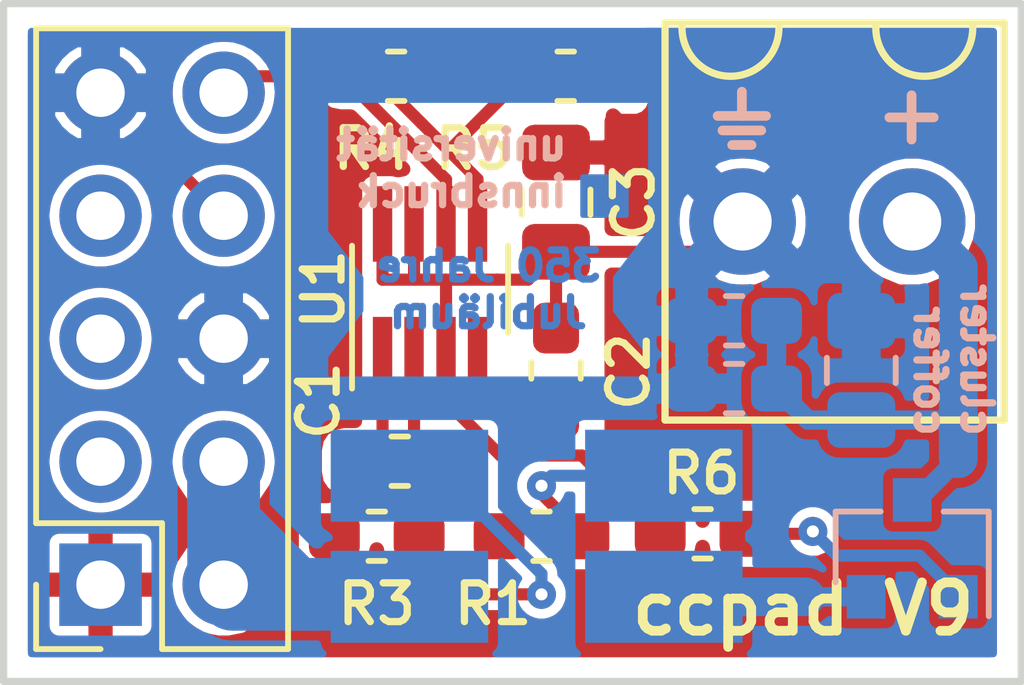
<source format=kicad_pcb>
(kicad_pcb (version 20171130) (host pcbnew 5.0.2+dfsg1-1~bpo9+1)

  (general
    (thickness 1.6)
    (drawings 19)
    (tracks 112)
    (zones 0)
    (modules 16)
    (nets 16)
  )

  (page A4)
  (layers
    (0 F.Cu signal)
    (31 B.Cu signal)
    (32 B.Adhes user hide)
    (33 F.Adhes user hide)
    (34 B.Paste user hide)
    (35 F.Paste user hide)
    (36 B.SilkS user hide)
    (37 F.SilkS user)
    (38 B.Mask user hide)
    (39 F.Mask user hide)
    (40 Dwgs.User user hide)
    (41 Cmts.User user hide)
    (42 Eco1.User user hide)
    (43 Eco2.User user hide)
    (44 Edge.Cuts user)
    (45 Margin user hide)
    (46 B.CrtYd user hide)
    (47 F.CrtYd user hide)
    (48 B.Fab user hide)
    (49 F.Fab user hide)
  )

  (setup
    (last_trace_width 0.25)
    (user_trace_width 0.4)
    (user_trace_width 0.8)
    (user_trace_width 1)
    (user_trace_width 1.5)
    (trace_clearance 0.2)
    (zone_clearance 0.15)
    (zone_45_only yes)
    (trace_min 0.2)
    (segment_width 0.2)
    (edge_width 0.15)
    (via_size 0.6)
    (via_drill 0.25)
    (via_min_size 0.5)
    (via_min_drill 0.2)
    (uvia_size 0.3)
    (uvia_drill 0.1)
    (uvias_allowed no)
    (uvia_min_size 0.2)
    (uvia_min_drill 0.1)
    (pcb_text_width 0.3)
    (pcb_text_size 1.5 1.5)
    (mod_edge_width 0.15)
    (mod_text_size 1 1)
    (mod_text_width 0.15)
    (pad_size 2.2 2.2)
    (pad_drill 1.2)
    (pad_to_mask_clearance 0.051)
    (solder_mask_min_width 0.25)
    (aux_axis_origin 0 0)
    (visible_elements FFFFFFFF)
    (pcbplotparams
      (layerselection 0x010f0_ffffffff)
      (usegerberextensions false)
      (usegerberattributes false)
      (usegerberadvancedattributes false)
      (creategerberjobfile false)
      (excludeedgelayer true)
      (linewidth 0.100000)
      (plotframeref false)
      (viasonmask true)
      (mode 1)
      (useauxorigin false)
      (hpglpennumber 1)
      (hpglpenspeed 20)
      (hpglpendiameter 15.000000)
      (psnegative false)
      (psa4output false)
      (plotreference true)
      (plotvalue true)
      (plotinvisibletext false)
      (padsonsilk false)
      (subtractmaskfromsilk true)
      (outputformat 1)
      (mirror false)
      (drillshape 0)
      (scaleselection 1)
      (outputdirectory "out/v9"))
  )

  (net 0 "")
  (net 1 "Net-(R1-Pad1)")
  (net 2 "Net-(C1-Pad1)")
  (net 3 "Net-(C1-Pad2)")
  (net 4 +5V)
  (net 5 /M4_I2C3_SDA)
  (net 6 /M4_I2C3_SCL)
  (net 7 GND)
  (net 8 /M4_3V3)
  (net 9 /M4_5V)
  (net 10 /M4_I2C2_SDA_3V0)
  (net 11 /M4_I2C2_SCL_3V0)
  (net 12 /M4_GPIO1_A0)
  (net 13 "Net-(R2-Pad2)")
  (net 14 "Net-(JP1-Pad1)")
  (net 15 "Net-(Q1-Pad1)")

  (net_class Default "This is the default net class."
    (clearance 0.2)
    (trace_width 0.25)
    (via_dia 0.6)
    (via_drill 0.25)
    (uvia_dia 0.3)
    (uvia_drill 0.1)
    (add_net +5V)
    (add_net /M4_3V3)
    (add_net /M4_5V)
    (add_net /M4_GPIO1_A0)
    (add_net /M4_I2C2_SCL_3V0)
    (add_net /M4_I2C2_SDA_3V0)
    (add_net /M4_I2C3_SCL)
    (add_net /M4_I2C3_SDA)
    (add_net GND)
    (add_net "Net-(C1-Pad1)")
    (add_net "Net-(C1-Pad2)")
    (add_net "Net-(JP1-Pad1)")
    (add_net "Net-(Q1-Pad1)")
    (add_net "Net-(R1-Pad1)")
    (add_net "Net-(R2-Pad2)")
  )

  (module Capacitor_SMD:C_0805_2012Metric_Pad1.15x1.40mm_HandSolder (layer B.Cu) (tedit 5C46FD1F) (tstamp 5C191398)
    (at 33.7 24.575001 90)
    (descr "Capacitor SMD 0805 (2012 Metric), square (rectangular) end terminal, IPC_7351 nominal with elongated pad for handsoldering. (Body size source: https://docs.google.com/spreadsheets/d/1BsfQQcO9C6DZCsRaXUlFlo91Tg2WpOkGARC1WS5S8t0/edit?usp=sharing), generated with kicad-footprint-generator")
    (tags "capacitor handsolder")
    (path /5C191496)
    (attr smd)
    (fp_text reference C6 (at 0 -1.65 -90) (layer B.SilkS) hide
      (effects (font (size 1 1) (thickness 0.15)) (justify mirror))
    )
    (fp_text value C (at 0 -1.65 90) (layer B.Fab)
      (effects (font (size 1 1) (thickness 0.15)) (justify mirror))
    )
    (fp_text user %R (at 0 0 90) (layer B.Fab)
      (effects (font (size 0.5 0.5) (thickness 0.08)) (justify mirror))
    )
    (fp_line (start 1.85 -0.95) (end -1.85 -0.95) (layer B.CrtYd) (width 0.05))
    (fp_line (start 1.85 0.95) (end 1.85 -0.95) (layer B.CrtYd) (width 0.05))
    (fp_line (start -1.85 0.95) (end 1.85 0.95) (layer B.CrtYd) (width 0.05))
    (fp_line (start -1.85 -0.95) (end -1.85 0.95) (layer B.CrtYd) (width 0.05))
    (fp_line (start -0.261252 -0.71) (end 0.261252 -0.71) (layer B.SilkS) (width 0.12))
    (fp_line (start -0.261252 0.71) (end 0.261252 0.71) (layer B.SilkS) (width 0.12))
    (fp_line (start 1 -0.6) (end -1 -0.6) (layer B.Fab) (width 0.1))
    (fp_line (start 1 0.6) (end 1 -0.6) (layer B.Fab) (width 0.1))
    (fp_line (start -1 0.6) (end 1 0.6) (layer B.Fab) (width 0.1))
    (fp_line (start -1 -0.6) (end -1 0.6) (layer B.Fab) (width 0.1))
    (pad 2 smd roundrect (at 1.024999 0 90) (size 1.15 1.4) (layers B.Cu B.Paste B.Mask) (roundrect_rratio 0.217391)
      (net 7 GND))
    (pad 1 smd roundrect (at -1.024999 0 90) (size 1.15 1.4) (layers B.Cu B.Paste B.Mask) (roundrect_rratio 0.217391)
      (net 4 +5V))
    (model ${KISYS3DMOD}/Capacitor_SMD.3dshapes/C_0805_2012Metric.wrl
      (at (xyz 0 0 0))
      (scale (xyz 1 1 1))
      (rotate (xyz 0 0 0))
    )
  )

  (module Resistor_SMD:R_0603_1608Metric_Pad1.05x0.95mm_HandSolder (layer F.Cu) (tedit 5C52FB1C) (tstamp 5C52FD3B)
    (at 30.424999 27.95 180)
    (descr "Resistor SMD 0603 (1608 Metric), square (rectangular) end terminal, IPC_7351 nominal with elongated pad for handsoldering. (Body size source: http://www.tortai-tech.com/upload/download/2011102023233369053.pdf), generated with kicad-footprint-generator")
    (tags "resistor handsolder")
    (path /5C51B46F)
    (attr smd)
    (fp_text reference R6 (at 0.024999 1.25 180) (layer F.SilkS)
      (effects (font (size 0.8 0.8) (thickness 0.15)))
    )
    (fp_text value 100k (at 0 1.43 180) (layer F.Fab)
      (effects (font (size 1 1) (thickness 0.15)))
    )
    (fp_line (start -0.8 0.4) (end -0.8 -0.4) (layer F.Fab) (width 0.1))
    (fp_line (start -0.8 -0.4) (end 0.8 -0.4) (layer F.Fab) (width 0.1))
    (fp_line (start 0.8 -0.4) (end 0.8 0.4) (layer F.Fab) (width 0.1))
    (fp_line (start 0.8 0.4) (end -0.8 0.4) (layer F.Fab) (width 0.1))
    (fp_line (start -0.171268 -0.51) (end 0.171268 -0.51) (layer F.SilkS) (width 0.12))
    (fp_line (start -0.171268 0.51) (end 0.171268 0.51) (layer F.SilkS) (width 0.12))
    (fp_line (start -1.65 0.73) (end -1.65 -0.73) (layer F.CrtYd) (width 0.05))
    (fp_line (start -1.65 -0.73) (end 1.65 -0.73) (layer F.CrtYd) (width 0.05))
    (fp_line (start 1.65 -0.73) (end 1.65 0.73) (layer F.CrtYd) (width 0.05))
    (fp_line (start 1.65 0.73) (end -1.65 0.73) (layer F.CrtYd) (width 0.05))
    (fp_text user %R (at 0 0 180) (layer F.Fab)
      (effects (font (size 0.4 0.4) (thickness 0.06)))
    )
    (pad 1 smd roundrect (at -0.874999 0 180) (size 1.05 0.95) (layers F.Cu F.Paste F.Mask) (roundrect_rratio 0.25)
      (net 15 "Net-(Q1-Pad1)"))
    (pad 2 smd roundrect (at 0.874999 0 180) (size 1.05 0.95) (layers F.Cu F.Paste F.Mask) (roundrect_rratio 0.25)
      (net 7 GND))
    (model ${KISYS3DMOD}/Resistor_SMD.3dshapes/R_0603_1608Metric.wrl
      (at (xyz 0 0 0))
      (scale (xyz 1 1 1))
      (rotate (xyz 0 0 0))
    )
  )

  (module Package_TO_SOT_SMD:SOT-23 (layer B.Cu) (tedit 5C51A8A8) (tstamp 5C520C18)
    (at 34.75 28.25 90)
    (descr "SOT-23, Standard")
    (tags SOT-23)
    (path /5C51B298)
    (attr smd)
    (fp_text reference Q1 (at -0.05 0.05 90) (layer B.SilkS) hide
      (effects (font (size 1 1) (thickness 0.15)) (justify mirror))
    )
    (fp_text value Q_PMOS_GSD (at 0 -2.5 90) (layer B.Fab)
      (effects (font (size 1 1) (thickness 0.15)) (justify mirror))
    )
    (fp_text user %R (at 0 0) (layer B.Fab)
      (effects (font (size 0.5 0.5) (thickness 0.075)) (justify mirror))
    )
    (fp_line (start -0.7 0.95) (end -0.7 -1.5) (layer B.Fab) (width 0.1))
    (fp_line (start -0.15 1.52) (end 0.7 1.52) (layer B.Fab) (width 0.1))
    (fp_line (start -0.7 0.95) (end -0.15 1.52) (layer B.Fab) (width 0.1))
    (fp_line (start 0.7 1.52) (end 0.7 -1.52) (layer B.Fab) (width 0.1))
    (fp_line (start -0.7 -1.52) (end 0.7 -1.52) (layer B.Fab) (width 0.1))
    (fp_line (start 0.76 -1.58) (end 0.76 -0.65) (layer B.SilkS) (width 0.12))
    (fp_line (start 0.76 1.58) (end 0.76 0.65) (layer B.SilkS) (width 0.12))
    (fp_line (start -1.7 1.75) (end 1.7 1.75) (layer B.CrtYd) (width 0.05))
    (fp_line (start 1.7 1.75) (end 1.7 -1.75) (layer B.CrtYd) (width 0.05))
    (fp_line (start 1.7 -1.75) (end -1.7 -1.75) (layer B.CrtYd) (width 0.05))
    (fp_line (start -1.7 -1.75) (end -1.7 1.75) (layer B.CrtYd) (width 0.05))
    (fp_line (start 0.76 1.58) (end -1.4 1.58) (layer B.SilkS) (width 0.12))
    (fp_line (start 0.76 -1.58) (end -0.7 -1.58) (layer B.SilkS) (width 0.12))
    (pad 1 smd rect (at -1 0.95 90) (size 0.9 0.8) (layers B.Cu B.Paste B.Mask)
      (net 15 "Net-(Q1-Pad1)"))
    (pad 2 smd rect (at -1 -0.95 90) (size 0.9 0.8) (layers B.Cu B.Paste B.Mask)
      (net 14 "Net-(JP1-Pad1)"))
    (pad 3 smd rect (at 1 0 90) (size 0.9 0.8) (layers B.Cu B.Paste B.Mask)
      (net 4 +5V))
    (model ${KISYS3DMOD}/Package_TO_SOT_SMD.3dshapes/SOT-23.wrl
      (at (xyz 0 0 0))
      (scale (xyz 1 1 1))
      (rotate (xyz 0 0 0))
    )
  )

  (module Capacitor_SMD:C_0805_2012Metric_Pad1.15x1.40mm_HandSolder (layer F.Cu) (tedit 5C52FB27) (tstamp 5C52FE9A)
    (at 27.4 21.1 270)
    (descr "Capacitor SMD 0805 (2012 Metric), square (rectangular) end terminal, IPC_7351 nominal with elongated pad for handsoldering. (Body size source: https://docs.google.com/spreadsheets/d/1BsfQQcO9C6DZCsRaXUlFlo91Tg2WpOkGARC1WS5S8t0/edit?usp=sharing), generated with kicad-footprint-generator")
    (tags "capacitor handsolder")
    (path /5C190598)
    (attr smd)
    (fp_text reference C3 (at 0 -1.6 90) (layer F.SilkS)
      (effects (font (size 0.8 0.8) (thickness 0.15)))
    )
    (fp_text value 100n (at 0 1.65 270) (layer F.Fab)
      (effects (font (size 1 1) (thickness 0.15)))
    )
    (fp_line (start -1 0.6) (end -1 -0.6) (layer F.Fab) (width 0.1))
    (fp_line (start -1 -0.6) (end 1 -0.6) (layer F.Fab) (width 0.1))
    (fp_line (start 1 -0.6) (end 1 0.6) (layer F.Fab) (width 0.1))
    (fp_line (start 1 0.6) (end -1 0.6) (layer F.Fab) (width 0.1))
    (fp_line (start -0.261252 -0.71) (end 0.261252 -0.71) (layer F.SilkS) (width 0.12))
    (fp_line (start -0.261252 0.71) (end 0.261252 0.71) (layer F.SilkS) (width 0.12))
    (fp_line (start -1.85 0.95) (end -1.85 -0.95) (layer F.CrtYd) (width 0.05))
    (fp_line (start -1.85 -0.95) (end 1.85 -0.95) (layer F.CrtYd) (width 0.05))
    (fp_line (start 1.85 -0.95) (end 1.85 0.95) (layer F.CrtYd) (width 0.05))
    (fp_line (start 1.85 0.95) (end -1.85 0.95) (layer F.CrtYd) (width 0.05))
    (fp_text user %R (at 0 0 270) (layer F.Fab)
      (effects (font (size 0.5 0.5) (thickness 0.08)))
    )
    (pad 1 smd roundrect (at -1.025 0 270) (size 1.15 1.4) (layers F.Cu F.Paste F.Mask) (roundrect_rratio 0.217391)
      (net 8 /M4_3V3))
    (pad 2 smd roundrect (at 1.025 0 270) (size 1.15 1.4) (layers F.Cu F.Paste F.Mask) (roundrect_rratio 0.217391)
      (net 7 GND))
    (model ${KISYS3DMOD}/Capacitor_SMD.3dshapes/C_0805_2012Metric.wrl
      (at (xyz 0 0 0))
      (scale (xyz 1 1 1))
      (rotate (xyz 0 0 0))
    )
  )

  (module cc:LVK24 (layer B.Cu) (tedit 5C46FE1F) (tstamp 5C179C6E)
    (at 27 28)
    (path /5C1244A9)
    (fp_text reference R2 (at 0 0) (layer B.SilkS) hide
      (effects (font (size 1 1) (thickness 0.15)) (justify mirror))
    )
    (fp_text value 10m (at 0 0.75 90) (layer B.Fab)
      (effects (font (size 1 1) (thickness 0.15)) (justify mirror))
    )
    (pad 4 smd rect (at 2.625 1.25 180) (size 3.25 1.9) (layers B.Cu B.Paste B.Mask)
      (net 14 "Net-(JP1-Pad1)"))
    (pad 2 smd rect (at -2.625 -1.25) (size 3.25 1.9) (layers B.Cu B.Paste B.Mask)
      (net 13 "Net-(R2-Pad2)"))
    (pad 1 smd rect (at -2.625 1.25 180) (size 3.25 1.9) (layers B.Cu B.Paste B.Mask)
      (net 9 /M4_5V))
    (pad 3 smd rect (at 2.625 -1.25) (size 3.25 1.9) (layers B.Cu B.Paste B.Mask)
      (net 1 "Net-(R1-Pad1)"))
  )

  (module Capacitor_SMD:C_0603_1608Metric_Pad1.05x0.95mm_HandSolder (layer F.Cu) (tedit 5C52FACF) (tstamp 5C530078)
    (at 24.175 26.45 180)
    (descr "Capacitor SMD 0603 (1608 Metric), square (rectangular) end terminal, IPC_7351 nominal with elongated pad for handsoldering. (Body size source: http://www.tortai-tech.com/upload/download/2011102023233369053.pdf), generated with kicad-footprint-generator")
    (tags "capacitor handsolder")
    (path /5C116EA9)
    (attr smd)
    (fp_text reference C1 (at 1.675 1.25 270) (layer F.SilkS)
      (effects (font (size 0.8 0.8) (thickness 0.15)))
    )
    (fp_text value C_Small (at 0 1.43 180) (layer F.Fab)
      (effects (font (size 1 1) (thickness 0.15)))
    )
    (fp_line (start -0.8 0.4) (end -0.8 -0.4) (layer F.Fab) (width 0.1))
    (fp_line (start -0.8 -0.4) (end 0.8 -0.4) (layer F.Fab) (width 0.1))
    (fp_line (start 0.8 -0.4) (end 0.8 0.4) (layer F.Fab) (width 0.1))
    (fp_line (start 0.8 0.4) (end -0.8 0.4) (layer F.Fab) (width 0.1))
    (fp_line (start -0.171267 -0.51) (end 0.171267 -0.51) (layer F.SilkS) (width 0.12))
    (fp_line (start -0.171267 0.51) (end 0.171267 0.51) (layer F.SilkS) (width 0.12))
    (fp_line (start -1.65 0.73) (end -1.65 -0.73) (layer F.CrtYd) (width 0.05))
    (fp_line (start -1.65 -0.73) (end 1.65 -0.73) (layer F.CrtYd) (width 0.05))
    (fp_line (start 1.65 -0.73) (end 1.65 0.73) (layer F.CrtYd) (width 0.05))
    (fp_line (start 1.65 0.73) (end -1.65 0.73) (layer F.CrtYd) (width 0.05))
    (fp_text user %R (at 0 0 180) (layer F.Fab)
      (effects (font (size 0.4 0.4) (thickness 0.06)))
    )
    (pad 1 smd roundrect (at -0.875 0 180) (size 1.05 0.95) (layers F.Cu F.Paste F.Mask) (roundrect_rratio 0.25)
      (net 2 "Net-(C1-Pad1)"))
    (pad 2 smd roundrect (at 0.875 0 180) (size 1.05 0.95) (layers F.Cu F.Paste F.Mask) (roundrect_rratio 0.25)
      (net 3 "Net-(C1-Pad2)"))
    (model ${KISYS3DMOD}/Capacitor_SMD.3dshapes/C_0603_1608Metric.wrl
      (at (xyz 0 0 0))
      (scale (xyz 1 1 1))
      (rotate (xyz 0 0 0))
    )
  )

  (module Resistor_SMD:R_0603_1608Metric_Pad1.05x0.95mm_HandSolder (layer F.Cu) (tedit 5C52FB09) (tstamp 5C52FD9B)
    (at 23.7 28 180)
    (descr "Resistor SMD 0603 (1608 Metric), square (rectangular) end terminal, IPC_7351 nominal with elongated pad for handsoldering. (Body size source: http://www.tortai-tech.com/upload/download/2011102023233369053.pdf), generated with kicad-footprint-generator")
    (tags "resistor handsolder")
    (path /5C116DBD)
    (attr smd)
    (fp_text reference R3 (at 0 -1.4 180) (layer F.SilkS)
      (effects (font (size 0.8 0.8) (thickness 0.15)))
    )
    (fp_text value R (at 0 1.43 180) (layer F.Fab)
      (effects (font (size 1 1) (thickness 0.15)))
    )
    (fp_text user %R (at 0 0 180) (layer F.Fab)
      (effects (font (size 0.4 0.4) (thickness 0.06)))
    )
    (fp_line (start 1.65 0.73) (end -1.65 0.73) (layer F.CrtYd) (width 0.05))
    (fp_line (start 1.65 -0.73) (end 1.65 0.73) (layer F.CrtYd) (width 0.05))
    (fp_line (start -1.65 -0.73) (end 1.65 -0.73) (layer F.CrtYd) (width 0.05))
    (fp_line (start -1.65 0.73) (end -1.65 -0.73) (layer F.CrtYd) (width 0.05))
    (fp_line (start -0.171267 0.51) (end 0.171267 0.51) (layer F.SilkS) (width 0.12))
    (fp_line (start -0.171267 -0.51) (end 0.171267 -0.51) (layer F.SilkS) (width 0.12))
    (fp_line (start 0.8 0.4) (end -0.8 0.4) (layer F.Fab) (width 0.1))
    (fp_line (start 0.8 -0.4) (end 0.8 0.4) (layer F.Fab) (width 0.1))
    (fp_line (start -0.8 -0.4) (end 0.8 -0.4) (layer F.Fab) (width 0.1))
    (fp_line (start -0.8 0.4) (end -0.8 -0.4) (layer F.Fab) (width 0.1))
    (pad 2 smd roundrect (at 0.875 0 180) (size 1.05 0.95) (layers F.Cu F.Paste F.Mask) (roundrect_rratio 0.25)
      (net 3 "Net-(C1-Pad2)"))
    (pad 1 smd roundrect (at -0.875 0 180) (size 1.05 0.95) (layers F.Cu F.Paste F.Mask) (roundrect_rratio 0.25)
      (net 13 "Net-(R2-Pad2)"))
    (model ${KISYS3DMOD}/Resistor_SMD.3dshapes/R_0603_1608Metric.wrl
      (at (xyz 0 0 0))
      (scale (xyz 1 1 1))
      (rotate (xyz 0 0 0))
    )
  )

  (module Resistor_SMD:R_0603_1608Metric_Pad1.05x0.95mm_HandSolder (layer F.Cu) (tedit 5C52FB10) (tstamp 5C530048)
    (at 27.1 28 180)
    (descr "Resistor SMD 0603 (1608 Metric), square (rectangular) end terminal, IPC_7351 nominal with elongated pad for handsoldering. (Body size source: http://www.tortai-tech.com/upload/download/2011102023233369053.pdf), generated with kicad-footprint-generator")
    (tags "resistor handsolder")
    (path /5C116D22)
    (attr smd)
    (fp_text reference R1 (at 1 -1.4) (layer F.SilkS)
      (effects (font (size 0.8 0.8) (thickness 0.15)))
    )
    (fp_text value R (at 0 1.43 180) (layer F.Fab)
      (effects (font (size 1 1) (thickness 0.15)))
    )
    (fp_line (start -0.8 0.4) (end -0.8 -0.4) (layer F.Fab) (width 0.1))
    (fp_line (start -0.8 -0.4) (end 0.8 -0.4) (layer F.Fab) (width 0.1))
    (fp_line (start 0.8 -0.4) (end 0.8 0.4) (layer F.Fab) (width 0.1))
    (fp_line (start 0.8 0.4) (end -0.8 0.4) (layer F.Fab) (width 0.1))
    (fp_line (start -0.171267 -0.51) (end 0.171267 -0.51) (layer F.SilkS) (width 0.12))
    (fp_line (start -0.171267 0.51) (end 0.171267 0.51) (layer F.SilkS) (width 0.12))
    (fp_line (start -1.65 0.73) (end -1.65 -0.73) (layer F.CrtYd) (width 0.05))
    (fp_line (start -1.65 -0.73) (end 1.65 -0.73) (layer F.CrtYd) (width 0.05))
    (fp_line (start 1.65 -0.73) (end 1.65 0.73) (layer F.CrtYd) (width 0.05))
    (fp_line (start 1.65 0.73) (end -1.65 0.73) (layer F.CrtYd) (width 0.05))
    (fp_text user %R (at 0 0 180) (layer F.Fab)
      (effects (font (size 0.4 0.4) (thickness 0.06)))
    )
    (pad 1 smd roundrect (at -0.875 0 180) (size 1.05 0.95) (layers F.Cu F.Paste F.Mask) (roundrect_rratio 0.25)
      (net 1 "Net-(R1-Pad1)"))
    (pad 2 smd roundrect (at 0.875 0 180) (size 1.05 0.95) (layers F.Cu F.Paste F.Mask) (roundrect_rratio 0.25)
      (net 2 "Net-(C1-Pad1)"))
    (model ${KISYS3DMOD}/Resistor_SMD.3dshapes/R_0603_1608Metric.wrl
      (at (xyz 0 0 0))
      (scale (xyz 1 1 1))
      (rotate (xyz 0 0 0))
    )
  )

  (module Capacitor_SMD:C_0603_1608Metric_Pad1.05x0.95mm_HandSolder (layer B.Cu) (tedit 5C46FD15) (tstamp 5C1913EC)
    (at 31.075 24.95 180)
    (descr "Capacitor SMD 0603 (1608 Metric), square (rectangular) end terminal, IPC_7351 nominal with elongated pad for handsoldering. (Body size source: http://www.tortai-tech.com/upload/download/2011102023233369053.pdf), generated with kicad-footprint-generator")
    (tags "capacitor handsolder")
    (path /5C19181C)
    (attr smd)
    (fp_text reference C5 (at 0.2 0) (layer B.SilkS) hide
      (effects (font (size 1 1) (thickness 0.15)) (justify mirror))
    )
    (fp_text value C (at 0 -1.43 180) (layer B.Fab)
      (effects (font (size 1 1) (thickness 0.15)) (justify mirror))
    )
    (fp_text user %R (at 0 0 180) (layer B.Fab)
      (effects (font (size 0.4 0.4) (thickness 0.06)) (justify mirror))
    )
    (fp_line (start 1.65 -0.73) (end -1.65 -0.73) (layer B.CrtYd) (width 0.05))
    (fp_line (start 1.65 0.73) (end 1.65 -0.73) (layer B.CrtYd) (width 0.05))
    (fp_line (start -1.65 0.73) (end 1.65 0.73) (layer B.CrtYd) (width 0.05))
    (fp_line (start -1.65 -0.73) (end -1.65 0.73) (layer B.CrtYd) (width 0.05))
    (fp_line (start -0.171267 -0.51) (end 0.171267 -0.51) (layer B.SilkS) (width 0.12))
    (fp_line (start -0.171267 0.51) (end 0.171267 0.51) (layer B.SilkS) (width 0.12))
    (fp_line (start 0.8 -0.4) (end -0.8 -0.4) (layer B.Fab) (width 0.1))
    (fp_line (start 0.8 0.4) (end 0.8 -0.4) (layer B.Fab) (width 0.1))
    (fp_line (start -0.8 0.4) (end 0.8 0.4) (layer B.Fab) (width 0.1))
    (fp_line (start -0.8 -0.4) (end -0.8 0.4) (layer B.Fab) (width 0.1))
    (pad 2 smd roundrect (at 0.875 0 180) (size 1.05 0.95) (layers B.Cu B.Paste B.Mask) (roundrect_rratio 0.25)
      (net 7 GND))
    (pad 1 smd roundrect (at -0.875 0 180) (size 1.05 0.95) (layers B.Cu B.Paste B.Mask) (roundrect_rratio 0.25)
      (net 4 +5V))
    (model ${KISYS3DMOD}/Capacitor_SMD.3dshapes/C_0603_1608Metric.wrl
      (at (xyz 0 0 0))
      (scale (xyz 1 1 1))
      (rotate (xyz 0 0 0))
    )
  )

  (module Capacitor_SMD:C_0603_1608Metric_Pad1.05x0.95mm_HandSolder (layer B.Cu) (tedit 5C46FD12) (tstamp 5C191CD0)
    (at 31.075001 23.55 180)
    (descr "Capacitor SMD 0603 (1608 Metric), square (rectangular) end terminal, IPC_7351 nominal with elongated pad for handsoldering. (Body size source: http://www.tortai-tech.com/upload/download/2011102023233369053.pdf), generated with kicad-footprint-generator")
    (tags "capacitor handsolder")
    (path /5C191828)
    (attr smd)
    (fp_text reference C4 (at 2.525001 0 180) (layer B.SilkS) hide
      (effects (font (size 1 1) (thickness 0.15)) (justify mirror))
    )
    (fp_text value C (at 0 -1.43 180) (layer B.Fab)
      (effects (font (size 1 1) (thickness 0.15)) (justify mirror))
    )
    (fp_text user %R (at 0 0 180) (layer B.Fab)
      (effects (font (size 0.4 0.4) (thickness 0.06)) (justify mirror))
    )
    (fp_line (start 1.65 -0.73) (end -1.65 -0.73) (layer B.CrtYd) (width 0.05))
    (fp_line (start 1.65 0.73) (end 1.65 -0.73) (layer B.CrtYd) (width 0.05))
    (fp_line (start -1.65 0.73) (end 1.65 0.73) (layer B.CrtYd) (width 0.05))
    (fp_line (start -1.65 -0.73) (end -1.65 0.73) (layer B.CrtYd) (width 0.05))
    (fp_line (start -0.171268 -0.51) (end 0.171268 -0.51) (layer B.SilkS) (width 0.12))
    (fp_line (start -0.171268 0.51) (end 0.171268 0.51) (layer B.SilkS) (width 0.12))
    (fp_line (start 0.8 -0.4) (end -0.8 -0.4) (layer B.Fab) (width 0.1))
    (fp_line (start 0.8 0.4) (end 0.8 -0.4) (layer B.Fab) (width 0.1))
    (fp_line (start -0.8 0.4) (end 0.8 0.4) (layer B.Fab) (width 0.1))
    (fp_line (start -0.8 -0.4) (end -0.8 0.4) (layer B.Fab) (width 0.1))
    (pad 2 smd roundrect (at 0.874999 0 180) (size 1.05 0.95) (layers B.Cu B.Paste B.Mask) (roundrect_rratio 0.25)
      (net 7 GND))
    (pad 1 smd roundrect (at -0.874999 0 180) (size 1.05 0.95) (layers B.Cu B.Paste B.Mask) (roundrect_rratio 0.25)
      (net 4 +5V))
    (model ${KISYS3DMOD}/Capacitor_SMD.3dshapes/C_0603_1608Metric.wrl
      (at (xyz 0 0 0))
      (scale (xyz 1 1 1))
      (rotate (xyz 0 0 0))
    )
  )

  (module Capacitor_SMD:C_0603_1608Metric_Pad1.05x0.95mm_HandSolder (layer F.Cu) (tedit 5C52FB21) (tstamp 5C530177)
    (at 27.4 24.575 90)
    (descr "Capacitor SMD 0603 (1608 Metric), square (rectangular) end terminal, IPC_7351 nominal with elongated pad for handsoldering. (Body size source: http://www.tortai-tech.com/upload/download/2011102023233369053.pdf), generated with kicad-footprint-generator")
    (tags "capacitor handsolder")
    (path /5C19109B)
    (attr smd)
    (fp_text reference C2 (at -0.025 1.5 270) (layer F.SilkS)
      (effects (font (size 0.8 0.8) (thickness 0.15)))
    )
    (fp_text value 470n (at 0 1.43 90) (layer F.Fab)
      (effects (font (size 1 1) (thickness 0.15)))
    )
    (fp_line (start -0.8 0.4) (end -0.8 -0.4) (layer F.Fab) (width 0.1))
    (fp_line (start -0.8 -0.4) (end 0.8 -0.4) (layer F.Fab) (width 0.1))
    (fp_line (start 0.8 -0.4) (end 0.8 0.4) (layer F.Fab) (width 0.1))
    (fp_line (start 0.8 0.4) (end -0.8 0.4) (layer F.Fab) (width 0.1))
    (fp_line (start -0.171267 -0.51) (end 0.171267 -0.51) (layer F.SilkS) (width 0.12))
    (fp_line (start -0.171267 0.51) (end 0.171267 0.51) (layer F.SilkS) (width 0.12))
    (fp_line (start -1.65 0.73) (end -1.65 -0.73) (layer F.CrtYd) (width 0.05))
    (fp_line (start -1.65 -0.73) (end 1.65 -0.73) (layer F.CrtYd) (width 0.05))
    (fp_line (start 1.65 -0.73) (end 1.65 0.73) (layer F.CrtYd) (width 0.05))
    (fp_line (start 1.65 0.73) (end -1.65 0.73) (layer F.CrtYd) (width 0.05))
    (fp_text user %R (at 0 0 90) (layer F.Fab)
      (effects (font (size 0.4 0.4) (thickness 0.06)))
    )
    (pad 1 smd roundrect (at -0.875 0 90) (size 1.05 0.95) (layers F.Cu F.Paste F.Mask) (roundrect_rratio 0.25)
      (net 8 /M4_3V3))
    (pad 2 smd roundrect (at 0.875 0 90) (size 1.05 0.95) (layers F.Cu F.Paste F.Mask) (roundrect_rratio 0.25)
      (net 7 GND))
    (model ${KISYS3DMOD}/Capacitor_SMD.3dshapes/C_0603_1608Metric.wrl
      (at (xyz 0 0 0))
      (scale (xyz 1 1 1))
      (rotate (xyz 0 0 0))
    )
  )

  (module cc:284391-2 (layer F.Cu) (tedit 5C51AF80) (tstamp 5C50DEB3)
    (at 33 21.5 180)
    (path /5C12AC5F)
    (fp_text reference J2 (at -2.95 -3.1 90) (layer F.SilkS) hide
      (effects (font (size 1 1) (thickness 0.15)))
    )
    (fp_text value Screw_Terminal_01x02 (at -5.25 0 270) (layer F.Fab) hide
      (effects (font (size 1 1) (thickness 0.15)))
    )
    (fp_line (start -3.65 4.1) (end -3.65 -4.1) (layer F.SilkS) (width 0.15))
    (fp_line (start 3.35 4.1) (end 3.35 -4.1) (layer F.SilkS) (width 0.15))
    (fp_line (start 3.35 -4.1) (end -3.65 -4.1) (layer F.SilkS) (width 0.15))
    (fp_line (start 3.35 4.1) (end -3.65 4.1) (layer F.SilkS) (width 0.15))
    (fp_arc (start -2 4) (end -1 4) (angle -180) (layer F.SilkS) (width 0.15))
    (fp_arc (start 2 4) (end 3 4) (angle -180) (layer F.SilkS) (width 0.15))
    (pad 2 thru_hole circle (at 1.75 0 180) (size 2.2 2.2) (drill 1.2) (layers *.Cu *.Mask)
      (net 7 GND))
    (pad 1 thru_hole circle (at -1.75 0 180) (size 2.2 2.2) (drill 1.2) (layers *.Cu *.Mask)
      (net 4 +5V))
  )

  (module Connector_PinSocket_2.54mm:PinSocket_2x05_P2.54mm_Vertical (layer F.Cu) (tedit 5C51AF7D) (tstamp 5C179558)
    (at 18 29 180)
    (descr "Through hole straight socket strip, 2x05, 2.54mm pitch, double cols (from Kicad 4.0.7), script generated")
    (tags "Through hole socket strip THT 2x05 2.54mm double row")
    (path /5C111E2D)
    (fp_text reference J1 (at -4.8 -0.5 270) (layer F.SilkS) hide
      (effects (font (size 1 1) (thickness 0.15)))
    )
    (fp_text value Conn_02x05_Odd_Even (at -1.27 12.93 180) (layer F.Fab) hide
      (effects (font (size 1 1) (thickness 0.15)))
    )
    (fp_line (start -3.81 -1.27) (end 0.27 -1.27) (layer F.Fab) (width 0.1))
    (fp_line (start 0.27 -1.27) (end 1.27 -0.27) (layer F.Fab) (width 0.1))
    (fp_line (start 1.27 -0.27) (end 1.27 11.43) (layer F.Fab) (width 0.1))
    (fp_line (start 1.27 11.43) (end -3.81 11.43) (layer F.Fab) (width 0.1))
    (fp_line (start -3.81 11.43) (end -3.81 -1.27) (layer F.Fab) (width 0.1))
    (fp_line (start -3.87 -1.33) (end -1.27 -1.33) (layer F.SilkS) (width 0.12))
    (fp_line (start -3.87 -1.33) (end -3.87 11.49) (layer F.SilkS) (width 0.12))
    (fp_line (start -3.87 11.49) (end 1.33 11.49) (layer F.SilkS) (width 0.12))
    (fp_line (start 1.33 1.27) (end 1.33 11.49) (layer F.SilkS) (width 0.12))
    (fp_line (start -1.27 1.27) (end 1.33 1.27) (layer F.SilkS) (width 0.12))
    (fp_line (start -1.27 -1.33) (end -1.27 1.27) (layer F.SilkS) (width 0.12))
    (fp_line (start 1.33 -1.33) (end 1.33 0) (layer F.SilkS) (width 0.12))
    (fp_line (start 0 -1.33) (end 1.33 -1.33) (layer F.SilkS) (width 0.12))
    (fp_line (start -4.34 -1.8) (end 1.76 -1.8) (layer F.CrtYd) (width 0.05))
    (fp_line (start 1.76 -1.8) (end 1.76 11.9) (layer F.CrtYd) (width 0.05))
    (fp_line (start 1.76 11.9) (end -4.34 11.9) (layer F.CrtYd) (width 0.05))
    (fp_line (start -4.34 11.9) (end -4.34 -1.8) (layer F.CrtYd) (width 0.05))
    (fp_text user %R (at -1.27 5.08 270) (layer F.Fab)
      (effects (font (size 1 1) (thickness 0.15)))
    )
    (pad 1 thru_hole rect (at 0 0 180) (size 1.7 1.7) (drill 1) (layers *.Cu *.Mask)
      (net 8 /M4_3V3))
    (pad 2 thru_hole oval (at -2.54 0 180) (size 1.7 1.7) (drill 1) (layers *.Cu *.Mask)
      (net 9 /M4_5V))
    (pad 3 thru_hole oval (at 0 2.54 180) (size 1.7 1.7) (drill 1) (layers *.Cu *.Mask)
      (net 10 /M4_I2C2_SDA_3V0))
    (pad 4 thru_hole oval (at -2.54 2.54 180) (size 1.7 1.7) (drill 1) (layers *.Cu *.Mask)
      (net 9 /M4_5V))
    (pad 5 thru_hole oval (at 0 5.08 180) (size 1.7 1.7) (drill 1) (layers *.Cu *.Mask)
      (net 11 /M4_I2C2_SCL_3V0))
    (pad 6 thru_hole oval (at -2.54 5.08 180) (size 1.7 1.7) (drill 1) (layers *.Cu *.Mask)
      (net 7 GND))
    (pad 7 thru_hole oval (at 0 7.62 180) (size 1.7 1.7) (drill 1) (layers *.Cu *.Mask)
      (net 12 /M4_GPIO1_A0))
    (pad 8 thru_hole oval (at -2.54 7.62 180) (size 1.7 1.7) (drill 1) (layers *.Cu *.Mask)
      (net 6 /M4_I2C3_SCL))
    (pad 9 thru_hole oval (at 0 10.16 180) (size 1.7 1.7) (drill 1) (layers *.Cu *.Mask)
      (net 7 GND))
    (pad 10 thru_hole oval (at -2.54 10.16 180) (size 1.7 1.7) (drill 1) (layers *.Cu *.Mask)
      (net 5 /M4_I2C3_SDA))
    (model ${KISYS3DMOD}/Connector_PinSocket_2.54mm.3dshapes/PinSocket_2x05_P2.54mm_Vertical.wrl
      (at (xyz 0 0 0))
      (scale (xyz 1 1 1))
      (rotate (xyz 0 0 0))
    )
  )

  (module Package_TO_SOT_SMD:SOT-23-8_Handsoldering (layer F.Cu) (tedit 5C52FAC8) (tstamp 5C530139)
    (at 24.8 22.9 90)
    (descr "8-pin SOT-23 package, Handsoldering, http://www.analog.com/media/en/package-pcb-resources/package/pkg_pdf/sot-23rj/rj_8.pdf")
    (tags "SOT-23-8 Handsoldering")
    (path /5C1125E3)
    (attr smd)
    (fp_text reference U1 (at 0 -2.2 270) (layer F.SilkS)
      (effects (font (size 0.8 0.8) (thickness 0.15)))
    )
    (fp_text value INA219 (at 2.15 2.1 -90) (layer F.Fab)
      (effects (font (size 1 1) (thickness 0.15)))
    )
    (fp_text user %R (at 0 0 180) (layer F.Fab)
      (effects (font (size 0.5 0.5) (thickness 0.075)))
    )
    (fp_line (start -0.9 1.61) (end 0.9 1.61) (layer F.SilkS) (width 0.12))
    (fp_line (start 0.9 -1.61) (end -2.05 -1.61) (layer F.SilkS) (width 0.12))
    (fp_line (start -2.4 1.8) (end -2.4 -1.8) (layer F.CrtYd) (width 0.05))
    (fp_line (start 2.4 1.8) (end -2.4 1.8) (layer F.CrtYd) (width 0.05))
    (fp_line (start 2.4 -1.8) (end 2.4 1.8) (layer F.CrtYd) (width 0.05))
    (fp_line (start -2.4 -1.8) (end 2.4 -1.8) (layer F.CrtYd) (width 0.05))
    (fp_line (start -0.9 -0.9) (end -0.25 -1.55) (layer F.Fab) (width 0.1))
    (fp_line (start 0.9 -1.55) (end -0.25 -1.55) (layer F.Fab) (width 0.1))
    (fp_line (start -0.9 -0.9) (end -0.9 1.55) (layer F.Fab) (width 0.1))
    (fp_line (start 0.9 1.55) (end -0.9 1.55) (layer F.Fab) (width 0.1))
    (fp_line (start 0.9 -1.55) (end 0.9 1.55) (layer F.Fab) (width 0.1))
    (pad 1 smd rect (at -1.35 -0.98 90) (size 1.56 0.4) (layers F.Cu F.Paste F.Mask)
      (net 3 "Net-(C1-Pad2)"))
    (pad 2 smd rect (at -1.35 -0.33 90) (size 1.56 0.4) (layers F.Cu F.Paste F.Mask)
      (net 2 "Net-(C1-Pad1)"))
    (pad 3 smd rect (at -1.35 0.33 90) (size 1.56 0.4) (layers F.Cu F.Paste F.Mask)
      (net 7 GND))
    (pad 4 smd rect (at -1.35 0.98 90) (size 1.56 0.4) (layers F.Cu F.Paste F.Mask)
      (net 8 /M4_3V3))
    (pad 5 smd rect (at 1.35 0.98 90) (size 1.56 0.4) (layers F.Cu F.Paste F.Mask)
      (net 6 /M4_I2C3_SCL))
    (pad 6 smd rect (at 1.35 0.33 90) (size 1.56 0.4) (layers F.Cu F.Paste F.Mask)
      (net 5 /M4_I2C3_SDA))
    (pad 7 smd rect (at 1.35 -0.33 90) (size 1.56 0.4) (layers F.Cu F.Paste F.Mask)
      (net 7 GND))
    (pad 8 smd rect (at 1.35 -0.98 90) (size 1.56 0.4) (layers F.Cu F.Paste F.Mask)
      (net 7 GND))
    (model ${KISYS3DMOD}/Package_TO_SOT_SMD.3dshapes/SOT-23-8.wrl
      (at (xyz 0 0 0))
      (scale (xyz 1 1 1))
      (rotate (xyz 0 0 0))
    )
  )

  (module Resistor_SMD:R_0603_1608Metric_Pad1.05x0.95mm_HandSolder (layer F.Cu) (tedit 5C5077BC) (tstamp 5C5300C6)
    (at 27.6 18.5 180)
    (descr "Resistor SMD 0603 (1608 Metric), square (rectangular) end terminal, IPC_7351 nominal with elongated pad for handsoldering. (Body size source: http://www.tortai-tech.com/upload/download/2011102023233369053.pdf), generated with kicad-footprint-generator")
    (tags "resistor handsolder")
    (path /5C11469C)
    (attr smd)
    (fp_text reference R5 (at 1.9 -1.5 180) (layer F.SilkS)
      (effects (font (size 0.8 0.8) (thickness 0.15)))
    )
    (fp_text value R (at 1.325 0 180) (layer F.Fab)
      (effects (font (size 1 1) (thickness 0.15)))
    )
    (fp_text user %R (at 0 0 180) (layer F.Fab)
      (effects (font (size 0.4 0.4) (thickness 0.06)))
    )
    (fp_line (start 1.65 0.73) (end -1.65 0.73) (layer F.CrtYd) (width 0.05))
    (fp_line (start 1.65 -0.73) (end 1.65 0.73) (layer F.CrtYd) (width 0.05))
    (fp_line (start -1.65 -0.73) (end 1.65 -0.73) (layer F.CrtYd) (width 0.05))
    (fp_line (start -1.65 0.73) (end -1.65 -0.73) (layer F.CrtYd) (width 0.05))
    (fp_line (start -0.171267 0.51) (end 0.171267 0.51) (layer F.SilkS) (width 0.12))
    (fp_line (start -0.171267 -0.51) (end 0.171267 -0.51) (layer F.SilkS) (width 0.12))
    (fp_line (start 0.8 0.4) (end -0.8 0.4) (layer F.Fab) (width 0.1))
    (fp_line (start 0.8 -0.4) (end 0.8 0.4) (layer F.Fab) (width 0.1))
    (fp_line (start -0.8 -0.4) (end 0.8 -0.4) (layer F.Fab) (width 0.1))
    (fp_line (start -0.8 0.4) (end -0.8 -0.4) (layer F.Fab) (width 0.1))
    (pad 2 smd roundrect (at 0.875 0 180) (size 1.05 0.95) (layers F.Cu F.Paste F.Mask) (roundrect_rratio 0.25)
      (net 6 /M4_I2C3_SCL))
    (pad 1 smd roundrect (at -0.875 0 180) (size 1.05 0.95) (layers F.Cu F.Paste F.Mask) (roundrect_rratio 0.25)
      (net 8 /M4_3V3))
    (model ${KISYS3DMOD}/Resistor_SMD.3dshapes/R_0603_1608Metric.wrl
      (at (xyz 0 0 0))
      (scale (xyz 1 1 1))
      (rotate (xyz 0 0 0))
    )
  )

  (module Resistor_SMD:R_0603_1608Metric_Pad1.05x0.95mm_HandSolder (layer F.Cu) (tedit 5C52FAF9) (tstamp 5C5301F5)
    (at 24.1 18.5 180)
    (descr "Resistor SMD 0603 (1608 Metric), square (rectangular) end terminal, IPC_7351 nominal with elongated pad for handsoldering. (Body size source: http://www.tortai-tech.com/upload/download/2011102023233369053.pdf), generated with kicad-footprint-generator")
    (tags "resistor handsolder")
    (path /5C1145BA)
    (attr smd)
    (fp_text reference R4 (at 0.5 -1.5 180) (layer F.SilkS)
      (effects (font (size 0.8 0.8) (thickness 0.15)))
    )
    (fp_text value R (at 1.3 -0.1 180) (layer F.Fab)
      (effects (font (size 1 1) (thickness 0.15)))
    )
    (fp_line (start -0.8 0.4) (end -0.8 -0.4) (layer F.Fab) (width 0.1))
    (fp_line (start -0.8 -0.4) (end 0.8 -0.4) (layer F.Fab) (width 0.1))
    (fp_line (start 0.8 -0.4) (end 0.8 0.4) (layer F.Fab) (width 0.1))
    (fp_line (start 0.8 0.4) (end -0.8 0.4) (layer F.Fab) (width 0.1))
    (fp_line (start -0.171267 -0.51) (end 0.171267 -0.51) (layer F.SilkS) (width 0.12))
    (fp_line (start -0.171267 0.51) (end 0.171267 0.51) (layer F.SilkS) (width 0.12))
    (fp_line (start -1.65 0.73) (end -1.65 -0.73) (layer F.CrtYd) (width 0.05))
    (fp_line (start -1.65 -0.73) (end 1.65 -0.73) (layer F.CrtYd) (width 0.05))
    (fp_line (start 1.65 -0.73) (end 1.65 0.73) (layer F.CrtYd) (width 0.05))
    (fp_line (start 1.65 0.73) (end -1.65 0.73) (layer F.CrtYd) (width 0.05))
    (fp_text user %R (at 0 0 180) (layer F.Fab)
      (effects (font (size 0.4 0.4) (thickness 0.06)))
    )
    (pad 1 smd roundrect (at -0.875 0 180) (size 1.05 0.95) (layers F.Cu F.Paste F.Mask) (roundrect_rratio 0.25)
      (net 8 /M4_3V3))
    (pad 2 smd roundrect (at 0.875 0 180) (size 1.05 0.95) (layers F.Cu F.Paste F.Mask) (roundrect_rratio 0.25)
      (net 5 /M4_I2C3_SDA))
    (model ${KISYS3DMOD}/Resistor_SMD.3dshapes/R_0603_1608Metric.wrl
      (at (xyz 0 0 0))
      (scale (xyz 1 1 1))
      (rotate (xyz 0 0 0))
    )
  )

  (gr_line (start 37 31) (end 37 17) (layer Edge.Cuts) (width 0.15))
  (gr_line (start 16 31) (end 37 31) (layer Edge.Cuts) (width 0.15))
  (gr_line (start 16 17) (end 16 31) (layer Edge.Cuts) (width 0.15))
  (gr_line (start 16 17) (end 37 17) (layer Edge.Cuts) (width 0.15))
  (gr_line (start 31.235172 19.319022) (end 31.235172 18.819022) (layer B.SilkS) (width 0.2))
  (gr_line (start 31.035172 19.919022) (end 31.435172 19.919022) (layer B.SilkS) (width 0.2))
  (gr_line (start 30.835172 19.619022) (end 31.635172 19.619022) (layer B.SilkS) (width 0.2))
  (gr_line (start 30.735172 19.319022) (end 31.735172 19.319022) (layer B.SilkS) (width 0.2))
  (gr_text + (at 34.65 19.35 90) (layer B.SilkS)
    (effects (font (size 1.2 1.2) (thickness 0.2)) (justify mirror))
  )
  (gr_text "cluster\ncoffer" (at 35.6 26 270) (layer B.SilkS) (tstamp 5C4080E6)
    (effects (font (size 0.6 0.6) (thickness 0.15)) (justify left mirror))
  )
  (gr_poly (pts (xy 23.55 21.95) (xy 28.45 21.95) (xy 28.45 23.95) (xy 23.55 23.95)) (layer B.Mask) (width 0.15) (tstamp 5C515291))
  (gr_text "350 Jahre\nJubiläum" (at 26 22.9) (layer B.Cu) (tstamp 5C51528E)
    (effects (font (size 0.6 0.6) (thickness 0.15)) (justify mirror))
  )
  (gr_text "universität\ninnsbruck" (at 27.7 20.4) (layer B.SilkS) (tstamp 5C530120)
    (effects (font (size 0.6 0.6) (thickness 0.15)) (justify left mirror))
  )
  (gr_poly (pts (xy 27.825 20.475) (xy 28.975 20.475) (xy 28.975 21.5) (xy 27.825 21.5)) (layer B.Mask) (width 0.01) (tstamp 5C515282))
  (gr_poly (pts (xy 28.9 20.425) (xy 28.975 20.425) (xy 28.975 19.4) (xy 28.9 19.4)) (layer B.Mask) (width 0.01) (tstamp 5C51527F))
  (gr_poly (pts (xy 27.9 20.475) (xy 28.975 20.475) (xy 28.975 20.425) (xy 27.9 20.425)) (layer B.Mask) (width 0.01) (tstamp 5C515288))
  (gr_poly (pts (xy 27.9 19.4) (xy 27.9 20.475) (xy 27.825 20.475) (xy 27.825 19.4)) (layer B.Mask) (width 0.01) (tstamp 5C515285))
  (gr_poly (pts (xy 27.9 19.4) (xy 28.975 19.4) (xy 28.975 19.325) (xy 27.825 19.325) (xy 27.825 19.4)) (layer B.Mask) (width 0.01) (tstamp 5C515276))
  (gr_text "ccpad V9" (at 32.5 29.5) (layer F.SilkS)
    (effects (font (size 1 1) (thickness 0.2)))
  )

  (via (at 27.1 26.957184) (size 0.6) (drill 0.25) (layers F.Cu B.Cu) (net 1))
  (segment (start 27.307184 26.75) (end 27.1 26.957184) (width 0.25) (layer B.Cu) (net 1))
  (segment (start 29.625 26.75) (end 27.307184 26.75) (width 0.25) (layer B.Cu) (net 1))
  (segment (start 27.975 28) (end 27.1 27.125) (width 0.25) (layer F.Cu) (net 1))
  (segment (start 27.1 27.125) (end 27.1 26.957184) (width 0.25) (layer F.Cu) (net 1))
  (segment (start 24.47 25.87) (end 25.05 26.45) (width 0.25) (layer F.Cu) (net 2) (tstamp 5C5300B1))
  (segment (start 24.47 24.25) (end 24.47 25.87) (width 0.25) (layer F.Cu) (net 2) (tstamp 5C5300AE))
  (segment (start 25.05 26.825) (end 26.225 28) (width 0.25) (layer F.Cu) (net 2))
  (segment (start 25.05 26.45) (end 25.05 26.825) (width 0.25) (layer F.Cu) (net 2))
  (segment (start 23.82 25.93) (end 23.3 26.45) (width 0.25) (layer F.Cu) (net 3) (tstamp 5C5300A8))
  (segment (start 23.82 24.25) (end 23.82 25.93) (width 0.25) (layer F.Cu) (net 3) (tstamp 5C5300F3))
  (segment (start 23.3 27.525) (end 22.825 28) (width 0.25) (layer F.Cu) (net 3))
  (segment (start 23.3 26.45) (end 23.3 27.525) (width 0.25) (layer F.Cu) (net 3))
  (segment (start 34.75 21.5) (end 35.7 22.45) (width 0.8) (layer B.Cu) (net 4))
  (segment (start 31.95 23.55) (end 31.95 24.95) (width 0.4) (layer B.Cu) (net 4))
  (segment (start 32.6 25.6) (end 31.95 24.95) (width 0.4) (layer B.Cu) (net 4))
  (segment (start 33.7 25.6) (end 32.6 25.6) (width 0.4) (layer B.Cu) (net 4))
  (segment (start 33.7 25.6) (end 35.7 25.6) (width 0.4) (layer B.Cu) (net 4))
  (segment (start 35.7 22.45) (end 35.7 25.6) (width 0.8) (layer B.Cu) (net 4))
  (segment (start 34.75 27.25) (end 34.75 27.2) (width 0.4) (layer B.Cu) (net 4))
  (segment (start 35.7 25.6) (end 35.7 26.4) (width 0.8) (layer B.Cu) (net 4))
  (segment (start 34.85 27.25) (end 35.7 26.4) (width 0.4) (layer B.Cu) (net 4))
  (segment (start 34.75 27.25) (end 34.85 27.25) (width 0.4) (layer B.Cu) (net 4))
  (segment (start 20.54 18.84) (end 20.98 18.4) (width 0.25) (layer F.Cu) (net 5))
  (segment (start 20.88 18.5) (end 23.225 18.5) (width 0.25) (layer F.Cu) (net 5))
  (segment (start 20.54 18.84) (end 20.88 18.5) (width 0.25) (layer F.Cu) (net 5))
  (segment (start 25.13 20.63) (end 25.13 21.55) (width 0.25) (layer F.Cu) (net 5))
  (segment (start 23.225 18.725) (end 25.13 20.63) (width 0.25) (layer F.Cu) (net 5))
  (segment (start 23.225 18.5) (end 23.225 18.725) (width 0.25) (layer F.Cu) (net 5))
  (segment (start 20.54 21.38) (end 19.364999 20.204999) (width 0.25) (layer F.Cu) (net 6))
  (segment (start 19.364999 18.275999) (end 19.975999 17.664999) (width 0.25) (layer F.Cu) (net 6))
  (segment (start 19.364999 20.204999) (end 19.364999 18.275999) (width 0.25) (layer F.Cu) (net 6))
  (segment (start 24.07501 18.92052) (end 24.6163 19.46181) (width 0.25) (layer F.Cu) (net 6))
  (segment (start 23.710509 17.664999) (end 24.07501 18.0295) (width 0.25) (layer F.Cu) (net 6))
  (segment (start 24.07501 18.0295) (end 24.07501 18.92052) (width 0.25) (layer F.Cu) (net 6))
  (segment (start 19.975999 17.664999) (end 23.710509 17.664999) (width 0.25) (layer F.Cu) (net 6))
  (segment (start 25.78 20.62551) (end 25.78 21.55) (width 0.25) (layer F.Cu) (net 6))
  (segment (start 25.2 20.025) (end 25.2 20.04551) (width 0.25) (layer F.Cu) (net 6))
  (segment (start 26.725 18.5) (end 25.2 20.025) (width 0.25) (layer F.Cu) (net 6))
  (segment (start 25.2 20.04551) (end 25.78 20.62551) (width 0.25) (layer F.Cu) (net 6))
  (segment (start 24.6163 19.46181) (end 25.2 20.04551) (width 0.25) (layer F.Cu) (net 6))
  (segment (start 20.54 23.92) (end 20.68 23.92) (width 0.25) (layer B.Cu) (net 7))
  (segment (start 19.42 23.92) (end 20.54 23.92) (width 0.25) (layer B.Cu) (net 7))
  (segment (start 19.3 23.8) (end 19.42 23.92) (width 0.25) (layer B.Cu) (net 7))
  (segment (start 18 20.1) (end 18.7 20.1) (width 0.25) (layer B.Cu) (net 7))
  (segment (start 18.7 20.1) (end 19.3 20.7) (width 0.25) (layer B.Cu) (net 7))
  (segment (start 18 18.84) (end 18 20.1) (width 0.25) (layer B.Cu) (net 7))
  (segment (start 19.3 20.7) (end 19.3 23.8) (width 0.25) (layer B.Cu) (net 7))
  (segment (start 20.54 23.92) (end 20.96 23.5) (width 0.25) (layer B.Cu) (net 7))
  (segment (start 25.13 22.700928) (end 26.175928 22.700928) (width 0.25) (layer F.Cu) (net 7) (tstamp 5C5300F9))
  (segment (start 25.13 24.25) (end 25.13 23.22) (width 0.25) (layer F.Cu) (net 7) (tstamp 5C5301E0))
  (segment (start 31.950432 21.299568) (end 32.15 21.1) (width 0.25) (layer B.Cu) (net 7))
  (segment (start 25.13 23.22) (end 25.13 22.700928) (width 0.25) (layer F.Cu) (net 7) (tstamp 5C5301DA))
  (segment (start 23.819072 22.7) (end 23.82 22.700928) (width 0.25) (layer F.Cu) (net 7) (tstamp 5C5301B6))
  (segment (start 23.82 21.55) (end 23.82 22.58) (width 0.25) (layer F.Cu) (net 7) (tstamp 5C5301B3))
  (segment (start 24.49 22.700928) (end 25.13 22.700928) (width 0.25) (layer F.Cu) (net 7) (tstamp 5C5301B0))
  (segment (start 23.82 22.700928) (end 24.49 22.700928) (width 0.25) (layer F.Cu) (net 7) (tstamp 5C5301C5))
  (segment (start 23.82 22.58) (end 23.82 22.700928) (width 0.25) (layer F.Cu) (net 7) (tstamp 5C5301C2))
  (segment (start 26.175928 22.700928) (end 26.176856 22.7) (width 0.25) (layer F.Cu) (net 7))
  (segment (start 24.47 22.680928) (end 24.49 22.700928) (width 0.25) (layer F.Cu) (net 7))
  (segment (start 24.47 21.55) (end 24.47 22.680928) (width 0.25) (layer F.Cu) (net 7))
  (segment (start 27.175 22.125) (end 27.4 22.125) (width 0.25) (layer F.Cu) (net 7))
  (segment (start 30.625 22.125) (end 31.25 21.5) (width 0.25) (layer F.Cu) (net 7))
  (segment (start 27.4 22.125) (end 30.625 22.125) (width 0.25) (layer F.Cu) (net 7))
  (segment (start 27.4 22.125) (end 27.4 23.7) (width 0.25) (layer F.Cu) (net 7))
  (segment (start 26.824072 22.700928) (end 26.175928 22.700928) (width 0.25) (layer F.Cu) (net 7))
  (segment (start 27.4 22.125) (end 26.824072 22.700928) (width 0.25) (layer F.Cu) (net 7))
  (segment (start 29.55 27.95) (end 29.35 27.95) (width 0.25) (layer F.Cu) (net 7))
  (segment (start 25.13 24.25) (end 25.13 25.20949) (width 0.25) (layer F.Cu) (net 7))
  (segment (start 28.7 27.1) (end 29.55 27.95) (width 0.25) (layer F.Cu) (net 7))
  (segment (start 25.13 25.20949) (end 26.252684 26.332174) (width 0.25) (layer F.Cu) (net 7))
  (segment (start 26.252684 26.332174) (end 27.932174 26.332174) (width 0.25) (layer F.Cu) (net 7))
  (segment (start 27.932174 26.332174) (end 28.7 27.1) (width 0.25) (layer F.Cu) (net 7))
  (segment (start 27.675 17.7) (end 27.975928 18.000928) (width 0.25) (layer F.Cu) (net 8))
  (segment (start 27.975928 18.000928) (end 28.475 18.5) (width 0.25) (layer F.Cu) (net 8))
  (segment (start 25.775 17.7) (end 27.675 17.7) (width 0.25) (layer F.Cu) (net 8))
  (segment (start 24.975 18.5) (end 25.775 17.7) (width 0.25) (layer F.Cu) (net 8))
  (segment (start 29.1 18.5) (end 28.475 18.5) (width 0.25) (layer F.Cu) (net 8))
  (segment (start 31 18.5) (end 29.1 18.5) (width 0.25) (layer F.Cu) (net 8))
  (segment (start 33 22.9) (end 33 20.5) (width 0.25) (layer F.Cu) (net 8))
  (segment (start 27.4 25.45) (end 30.45 25.45) (width 0.25) (layer F.Cu) (net 8))
  (segment (start 30.45 25.45) (end 33 22.9) (width 0.25) (layer F.Cu) (net 8))
  (segment (start 26.35 25.45) (end 25.78 24.88) (width 0.25) (layer F.Cu) (net 8))
  (segment (start 25.78 24.88) (end 25.78 24.25) (width 0.25) (layer F.Cu) (net 8))
  (segment (start 27.4 25.45) (end 26.35 25.45) (width 0.25) (layer F.Cu) (net 8))
  (segment (start 30.025 20.075) (end 31.3 18.8) (width 0.25) (layer F.Cu) (net 8))
  (segment (start 31.3 18.8) (end 31 18.5) (width 0.25) (layer F.Cu) (net 8))
  (segment (start 27.4 20.075) (end 30.025 20.075) (width 0.25) (layer F.Cu) (net 8))
  (segment (start 33 20.5) (end 31.3 18.8) (width 0.25) (layer F.Cu) (net 8))
  (segment (start 20.54 26.46) (end 20.54 29) (width 1.5) (layer B.Cu) (net 9))
  (segment (start 24.325 29.2) (end 24.375 29.25) (width 1.5) (layer B.Cu) (net 9))
  (segment (start 20.54 29) (end 20.74 29.2) (width 1.5) (layer B.Cu) (net 9))
  (segment (start 22.5 29.2) (end 24.325 29.2) (width 1.5) (layer B.Cu) (net 9))
  (segment (start 20.74 29.2) (end 22.5 29.2) (width 1.5) (layer B.Cu) (net 9))
  (segment (start 22 29.2) (end 22.5 29.2) (width 1.5) (layer B.Cu) (net 9))
  (segment (start 20.54 27.74) (end 22 29.2) (width 1.5) (layer B.Cu) (net 9))
  (segment (start 20.54 26.46) (end 20.54 27.74) (width 1.5) (layer B.Cu) (net 9))
  (via (at 27.1 29.2) (size 0.6) (drill 0.25) (layers F.Cu B.Cu) (net 13))
  (segment (start 25.775 29.2) (end 27.1 29.2) (width 0.25) (layer F.Cu) (net 13))
  (segment (start 24.575 28) (end 25.775 29.2) (width 0.25) (layer F.Cu) (net 13))
  (segment (start 25.074264 26.75) (end 24.375 26.75) (width 0.25) (layer B.Cu) (net 13))
  (segment (start 27.1 28.775736) (end 25.074264 26.75) (width 0.25) (layer B.Cu) (net 13))
  (segment (start 27.1 29.2) (end 27.1 28.775736) (width 0.25) (layer B.Cu) (net 13))
  (segment (start 29.625 29.25) (end 32.55 29.25) (width 0.8) (layer B.Cu) (net 14))
  (segment (start 32.55 29.25) (end 33.8 29.25) (width 0.4) (layer B.Cu) (net 14))
  (segment (start 32.65 27.95) (end 32.7 27.9) (width 0.25) (layer F.Cu) (net 15))
  (via (at 32.7 27.9) (size 0.6) (drill 0.25) (layers F.Cu B.Cu) (net 15))
  (segment (start 31.299998 27.95) (end 32.65 27.95) (width 0.25) (layer F.Cu) (net 15))
  (segment (start 33.2 28.4) (end 32.7 27.9) (width 0.25) (layer B.Cu) (net 15))
  (segment (start 34.9 28.4) (end 33.2 28.4) (width 0.25) (layer B.Cu) (net 15))
  (segment (start 35.7 29.2) (end 34.9 28.4) (width 0.25) (layer B.Cu) (net 15))
  (segment (start 35.7 29.25) (end 35.7 29.2) (width 0.25) (layer B.Cu) (net 15))

  (zone (net 7) (net_name GND) (layer B.Cu) (tstamp 5C52F33B) (hatch full 0.508)
    (connect_pads (clearance 0.15))
    (min_thickness 0.15)
    (fill yes (arc_segments 32) (thermal_gap 0.2) (thermal_bridge_width 0.8) (smoothing chamfer))
    (polygon
      (pts
        (xy 36.5 17.5) (xy 36.5 30.5) (xy 16.5 30.5) (xy 16.5 17.5)
      )
    )
    (filled_polygon
      (pts
        (xy 36.425 30.425) (xy 31.409321 30.425) (xy 31.445395 30.395395) (xy 31.47976 30.353521) (xy 31.505296 30.305747)
        (xy 31.52102 30.253909) (xy 31.52633 30.2) (xy 31.52633 29.925) (xy 32.583159 29.925) (xy 32.682323 29.915233)
        (xy 32.809561 29.876636) (xy 32.926824 29.813958) (xy 33.029606 29.729606) (xy 33.033386 29.725) (xy 33.126132 29.725)
        (xy 33.12898 29.753909) (xy 33.144704 29.805747) (xy 33.17024 29.853521) (xy 33.204605 29.895395) (xy 33.246479 29.92976)
        (xy 33.294253 29.955296) (xy 33.346091 29.97102) (xy 33.4 29.97633) (xy 34.2 29.97633) (xy 34.253909 29.97102)
        (xy 34.305747 29.955296) (xy 34.353521 29.92976) (xy 34.395395 29.895395) (xy 34.42976 29.853521) (xy 34.455296 29.805747)
        (xy 34.47102 29.753909) (xy 34.47633 29.7) (xy 34.47633 28.8) (xy 34.734315 28.8) (xy 35.02367 29.089356)
        (xy 35.02367 29.7) (xy 35.02898 29.753909) (xy 35.044704 29.805747) (xy 35.07024 29.853521) (xy 35.104605 29.895395)
        (xy 35.146479 29.92976) (xy 35.194253 29.955296) (xy 35.246091 29.97102) (xy 35.3 29.97633) (xy 36.1 29.97633)
        (xy 36.153909 29.97102) (xy 36.205747 29.955296) (xy 36.253521 29.92976) (xy 36.295395 29.895395) (xy 36.32976 29.853521)
        (xy 36.355296 29.805747) (xy 36.37102 29.753909) (xy 36.37633 29.7) (xy 36.37633 28.8) (xy 36.37102 28.746091)
        (xy 36.355296 28.694253) (xy 36.32976 28.646479) (xy 36.295395 28.604605) (xy 36.253521 28.57024) (xy 36.205747 28.544704)
        (xy 36.153909 28.52898) (xy 36.1 28.52367) (xy 35.589356 28.52367) (xy 35.196737 28.131052) (xy 35.184211 28.115789)
        (xy 35.123303 28.065803) (xy 35.053814 28.02866) (xy 34.978414 28.005788) (xy 34.919647 28) (xy 34.919646 28)
        (xy 34.9 27.998065) (xy 34.880354 28) (xy 33.365686 28) (xy 33.275 27.909314) (xy 33.275 27.843367)
        (xy 33.252903 27.732279) (xy 33.209558 27.627635) (xy 33.146632 27.533459) (xy 33.066541 27.453368) (xy 32.972365 27.390442)
        (xy 32.867721 27.347097) (xy 32.756633 27.325) (xy 32.643367 27.325) (xy 32.532279 27.347097) (xy 32.427635 27.390442)
        (xy 32.333459 27.453368) (xy 32.253368 27.533459) (xy 32.190442 27.627635) (xy 32.147097 27.732279) (xy 32.125 27.843367)
        (xy 32.125 27.956633) (xy 32.147097 28.067721) (xy 32.190442 28.172365) (xy 32.253368 28.266541) (xy 32.333459 28.346632)
        (xy 32.427635 28.409558) (xy 32.532279 28.452903) (xy 32.643367 28.475) (xy 32.709314 28.475) (xy 32.903267 28.668953)
        (xy 32.909843 28.676965) (xy 32.809561 28.623364) (xy 32.682323 28.584767) (xy 32.583159 28.575) (xy 31.52633 28.575)
        (xy 31.52633 28.3) (xy 31.52102 28.246091) (xy 31.505296 28.194253) (xy 31.47976 28.146479) (xy 31.445395 28.104605)
        (xy 31.403521 28.07024) (xy 31.375 28.054995) (xy 31.375 27.945005) (xy 31.403521 27.92976) (xy 31.445395 27.895395)
        (xy 31.47976 27.853521) (xy 31.505296 27.805747) (xy 31.52102 27.753909) (xy 31.52633 27.7) (xy 31.52633 25.8)
        (xy 31.52102 25.746091) (xy 31.505296 25.694253) (xy 31.492489 25.670293) (xy 31.562257 25.691457) (xy 31.6625 25.70133)
        (xy 32.029579 25.70133) (xy 32.247625 25.919377) (xy 32.262499 25.937501) (xy 32.334827 25.996859) (xy 32.388602 26.025602)
        (xy 32.417345 26.040966) (xy 32.506884 26.068127) (xy 32.6 26.077298) (xy 32.623332 26.075) (xy 32.748136 26.075)
        (xy 32.763734 26.126418) (xy 32.812372 26.217414) (xy 32.877828 26.297172) (xy 32.957586 26.362628) (xy 33.048582 26.411266)
        (xy 33.147317 26.441217) (xy 33.249999 26.45133) (xy 34.150001 26.45133) (xy 34.252683 26.441217) (xy 34.351418 26.411266)
        (xy 34.442414 26.362628) (xy 34.522172 26.297172) (xy 34.587628 26.217414) (xy 34.636266 26.126418) (xy 34.651864 26.075)
        (xy 35.025 26.075) (xy 35.025 26.403249) (xy 34.904579 26.52367) (xy 34.35 26.52367) (xy 34.296091 26.52898)
        (xy 34.244253 26.544704) (xy 34.196479 26.57024) (xy 34.154605 26.604605) (xy 34.12024 26.646479) (xy 34.094704 26.694253)
        (xy 34.07898 26.746091) (xy 34.07367 26.8) (xy 34.07367 27.7) (xy 34.07898 27.753909) (xy 34.094704 27.805747)
        (xy 34.12024 27.853521) (xy 34.154605 27.895395) (xy 34.196479 27.92976) (xy 34.244253 27.955296) (xy 34.296091 27.97102)
        (xy 34.35 27.97633) (xy 35.15 27.97633) (xy 35.203909 27.97102) (xy 35.255747 27.955296) (xy 35.303521 27.92976)
        (xy 35.345395 27.895395) (xy 35.37976 27.853521) (xy 35.405296 27.805747) (xy 35.42102 27.753909) (xy 35.42633 27.7)
        (xy 35.42633 27.345421) (xy 35.694069 27.077682) (xy 35.7 27.078266) (xy 35.832323 27.065233) (xy 35.959561 27.026636)
        (xy 36.076824 26.963958) (xy 36.179606 26.879606) (xy 36.263958 26.776824) (xy 36.326636 26.659561) (xy 36.365233 26.532323)
        (xy 36.375 26.433159) (xy 36.375 22.483152) (xy 36.378265 22.45) (xy 36.375 22.416848) (xy 36.375 22.416841)
        (xy 36.365233 22.317677) (xy 36.326636 22.190439) (xy 36.263958 22.073176) (xy 36.258554 22.066591) (xy 36.200744 21.996149)
        (xy 36.200733 21.996138) (xy 36.179605 21.970394) (xy 36.153862 21.949267) (xy 36.077719 21.873124) (xy 36.125 21.635426)
        (xy 36.125 21.364574) (xy 36.072159 21.098927) (xy 35.968509 20.848693) (xy 35.818032 20.623489) (xy 35.626511 20.431968)
        (xy 35.401307 20.281491) (xy 35.151073 20.177841) (xy 34.885426 20.125) (xy 34.614574 20.125) (xy 34.348927 20.177841)
        (xy 34.098693 20.281491) (xy 33.873489 20.431968) (xy 33.681968 20.623489) (xy 33.531491 20.848693) (xy 33.427841 21.098927)
        (xy 33.375 21.364574) (xy 33.375 21.635426) (xy 33.427841 21.901073) (xy 33.531491 22.151307) (xy 33.681968 22.376511)
        (xy 33.873489 22.568032) (xy 34.084636 22.709116) (xy 34.025 22.768752) (xy 34.025 23.262502) (xy 34.60625 23.262502)
        (xy 34.675 23.193752) (xy 34.675 22.947917) (xy 34.664432 22.894788) (xy 34.656236 22.875) (xy 34.885426 22.875)
        (xy 35.025 22.847237) (xy 35.025001 25.125) (xy 34.651864 25.125) (xy 34.636266 25.073582) (xy 34.587628 24.982586)
        (xy 34.522172 24.902828) (xy 34.442414 24.837372) (xy 34.351418 24.788734) (xy 34.252683 24.758783) (xy 34.150001 24.74867)
        (xy 33.249999 24.74867) (xy 33.147317 24.758783) (xy 33.048582 24.788734) (xy 32.957586 24.837372) (xy 32.877828 24.902828)
        (xy 32.812372 24.982586) (xy 32.763734 25.073582) (xy 32.759451 25.0877) (xy 32.75133 25.079579) (xy 32.75133 24.7125)
        (xy 32.741457 24.612257) (xy 32.712217 24.515866) (xy 32.664734 24.427031) (xy 32.600833 24.349167) (xy 32.522969 24.285266)
        (xy 32.456991 24.25) (xy 32.522969 24.214734) (xy 32.600833 24.150833) (xy 32.664734 24.072969) (xy 32.712217 23.984134)
        (xy 32.725 23.941994) (xy 32.725 24.152087) (xy 32.735568 24.205216) (xy 32.756298 24.255263) (xy 32.786393 24.300304)
        (xy 32.824698 24.338608) (xy 32.869739 24.368704) (xy 32.919785 24.389434) (xy 32.972915 24.400002) (xy 33.30625 24.400002)
        (xy 33.375 24.331252) (xy 33.375 23.837502) (xy 34.025 23.837502) (xy 34.025 24.331252) (xy 34.09375 24.400002)
        (xy 34.427085 24.400002) (xy 34.480215 24.389434) (xy 34.530261 24.368704) (xy 34.575302 24.338608) (xy 34.613607 24.300304)
        (xy 34.643702 24.255263) (xy 34.664432 24.205216) (xy 34.675 24.152087) (xy 34.675 23.906252) (xy 34.60625 23.837502)
        (xy 34.025 23.837502) (xy 33.375 23.837502) (xy 33.355 23.837502) (xy 33.355 23.262502) (xy 33.375 23.262502)
        (xy 33.375 22.768752) (xy 33.30625 22.700002) (xy 32.972915 22.700002) (xy 32.919785 22.71057) (xy 32.869739 22.7313)
        (xy 32.824698 22.761396) (xy 32.786393 22.7997) (xy 32.756298 22.844741) (xy 32.735568 22.894788) (xy 32.725 22.947917)
        (xy 32.725 23.158006) (xy 32.712217 23.115866) (xy 32.664734 23.027031) (xy 32.600833 22.949167) (xy 32.522969 22.885266)
        (xy 32.434134 22.837783) (xy 32.337743 22.808543) (xy 32.2375 22.79867) (xy 31.706435 22.79867) (xy 31.776398 22.777447)
        (xy 31.919659 22.629279) (xy 31.25 21.959619) (xy 30.580341 22.629279) (xy 30.723602 22.777447) (xy 30.982934 22.855596)
        (xy 31.252529 22.881651) (xy 31.414131 22.865436) (xy 31.377031 22.885266) (xy 31.299167 22.949167) (xy 31.235266 23.027031)
        (xy 31.187783 23.115866) (xy 31.158543 23.212257) (xy 31.14867 23.3125) (xy 31.14867 23.7875) (xy 31.158543 23.887743)
        (xy 31.187783 23.984134) (xy 31.235266 24.072969) (xy 31.299167 24.150833) (xy 31.377031 24.214734) (xy 31.443009 24.25)
        (xy 31.377031 24.285266) (xy 31.299167 24.349167) (xy 31.235266 24.427031) (xy 31.187783 24.515866) (xy 31.158543 24.612257)
        (xy 31.14867 24.7125) (xy 31.14867 25.1875) (xy 31.158543 25.287743) (xy 31.187783 25.384134) (xy 31.235266 25.472969)
        (xy 31.279239 25.52655) (xy 31.25 25.52367) (xy 30.981788 25.52367) (xy 30.989432 25.505215) (xy 31 25.452085)
        (xy 31 25.25625) (xy 30.93125 25.1875) (xy 30.4625 25.1875) (xy 30.4625 25.295) (xy 29.9375 25.295)
        (xy 29.9375 25.1875) (xy 29.46875 25.1875) (xy 29.4 25.25625) (xy 29.4 25.452085) (xy 29.410568 25.505215)
        (xy 29.418212 25.52367) (xy 28 25.52367) (xy 27.946091 25.52898) (xy 27.894253 25.544704) (xy 27.846479 25.57024)
        (xy 27.804605 25.604605) (xy 27.77024 25.646479) (xy 27.744704 25.694253) (xy 27.72898 25.746091) (xy 27.72367 25.8)
        (xy 27.72367 26.35) (xy 27.326819 26.35) (xy 27.307183 26.348066) (xy 27.287547 26.35) (xy 27.287537 26.35)
        (xy 27.22877 26.355788) (xy 27.15337 26.37866) (xy 27.146777 26.382184) (xy 27.043367 26.382184) (xy 26.932279 26.404281)
        (xy 26.827635 26.447626) (xy 26.733459 26.510552) (xy 26.653368 26.590643) (xy 26.590442 26.684819) (xy 26.547097 26.789463)
        (xy 26.525 26.900551) (xy 26.525 27.013817) (xy 26.547097 27.124905) (xy 26.590442 27.229549) (xy 26.653368 27.323725)
        (xy 26.733459 27.403816) (xy 26.827635 27.466742) (xy 26.932279 27.510087) (xy 27.043367 27.532184) (xy 27.156633 27.532184)
        (xy 27.267721 27.510087) (xy 27.372365 27.466742) (xy 27.466541 27.403816) (xy 27.546632 27.323725) (xy 27.609558 27.229549)
        (xy 27.642508 27.15) (xy 27.72367 27.15) (xy 27.72367 27.7) (xy 27.725 27.713503) (xy 27.725 28.286497)
        (xy 27.72367 28.3) (xy 27.72367 30.2) (xy 27.72898 30.253909) (xy 27.744704 30.305747) (xy 27.77024 30.353521)
        (xy 27.804605 30.395395) (xy 27.840679 30.425) (xy 26.159321 30.425) (xy 26.195395 30.395395) (xy 26.22976 30.353521)
        (xy 26.255296 30.305747) (xy 26.27102 30.253909) (xy 26.27633 30.2) (xy 26.27633 28.517752) (xy 26.628802 28.870224)
        (xy 26.590442 28.927635) (xy 26.547097 29.032279) (xy 26.525 29.143367) (xy 26.525 29.256633) (xy 26.547097 29.367721)
        (xy 26.590442 29.472365) (xy 26.653368 29.566541) (xy 26.733459 29.646632) (xy 26.827635 29.709558) (xy 26.932279 29.752903)
        (xy 27.043367 29.775) (xy 27.156633 29.775) (xy 27.267721 29.752903) (xy 27.372365 29.709558) (xy 27.466541 29.646632)
        (xy 27.546632 29.566541) (xy 27.609558 29.472365) (xy 27.652903 29.367721) (xy 27.675 29.256633) (xy 27.675 29.143367)
        (xy 27.652903 29.032279) (xy 27.609558 28.927635) (xy 27.546632 28.833459) (xy 27.500766 28.787593) (xy 27.501934 28.775735)
        (xy 27.5 28.756099) (xy 27.5 28.756089) (xy 27.494212 28.697322) (xy 27.47134 28.621922) (xy 27.434197 28.552433)
        (xy 27.400046 28.51082) (xy 27.396735 28.506785) (xy 27.396733 28.506783) (xy 27.384211 28.491525) (xy 27.368953 28.479003)
        (xy 26.27633 27.386381) (xy 26.27633 25.8) (xy 26.27102 25.746091) (xy 26.255296 25.694253) (xy 26.22976 25.646479)
        (xy 26.195395 25.604605) (xy 26.153521 25.57024) (xy 26.105747 25.544704) (xy 26.053909 25.52898) (xy 26 25.52367)
        (xy 22.75 25.52367) (xy 22.696091 25.52898) (xy 22.644253 25.544704) (xy 22.596479 25.57024) (xy 22.554605 25.604605)
        (xy 22.52024 25.646479) (xy 22.494704 25.694253) (xy 22.47898 25.746091) (xy 22.47367 25.8) (xy 22.47367 27.7)
        (xy 22.47898 27.753909) (xy 22.494704 27.805747) (xy 22.52024 27.853521) (xy 22.554605 27.895395) (xy 22.596479 27.92976)
        (xy 22.644253 27.955296) (xy 22.651397 27.957463) (xy 22.720509 28.026575) (xy 22.696091 28.02898) (xy 22.644253 28.044704)
        (xy 22.596479 28.07024) (xy 22.554605 28.104605) (xy 22.52024 28.146479) (xy 22.504995 28.175) (xy 22.424569 28.175)
        (xy 21.565 27.315433) (xy 21.565 26.928884) (xy 21.584393 26.892602) (xy 21.648722 26.680538) (xy 21.670443 26.46)
        (xy 21.648722 26.239462) (xy 21.584393 26.027398) (xy 21.479929 25.83196) (xy 21.339344 25.660656) (xy 21.16804 25.520071)
        (xy 20.972602 25.415607) (xy 20.760538 25.351278) (xy 20.595264 25.335) (xy 20.484736 25.335) (xy 20.319462 25.351278)
        (xy 20.107398 25.415607) (xy 19.91196 25.520071) (xy 19.740656 25.660656) (xy 19.600071 25.83196) (xy 19.495607 26.027398)
        (xy 19.431278 26.239462) (xy 19.409557 26.46) (xy 19.431278 26.680538) (xy 19.495607 26.892602) (xy 19.515 26.928884)
        (xy 19.515 27.689645) (xy 19.510041 27.74) (xy 19.515001 27.790356) (xy 19.515001 28.531115) (xy 19.495607 28.567398)
        (xy 19.431278 28.779462) (xy 19.409557 29) (xy 19.431278 29.220538) (xy 19.495607 29.432602) (xy 19.600071 29.62804)
        (xy 19.740656 29.799344) (xy 19.91196 29.939929) (xy 20.107398 30.044393) (xy 20.195174 30.07102) (xy 20.345852 30.151558)
        (xy 20.539065 30.210169) (xy 20.689649 30.225) (xy 20.68965 30.225) (xy 20.74 30.229959) (xy 20.790351 30.225)
        (xy 21.949649 30.225) (xy 22 30.229959) (xy 22.050351 30.225) (xy 22.476132 30.225) (xy 22.47898 30.253909)
        (xy 22.494704 30.305747) (xy 22.52024 30.353521) (xy 22.554605 30.395395) (xy 22.590679 30.425) (xy 16.575 30.425)
        (xy 16.575 28.15) (xy 16.87367 28.15) (xy 16.87367 29.85) (xy 16.87898 29.903909) (xy 16.894704 29.955747)
        (xy 16.92024 30.003521) (xy 16.954605 30.045395) (xy 16.996479 30.07976) (xy 17.044253 30.105296) (xy 17.096091 30.12102)
        (xy 17.15 30.12633) (xy 18.85 30.12633) (xy 18.903909 30.12102) (xy 18.955747 30.105296) (xy 19.003521 30.07976)
        (xy 19.045395 30.045395) (xy 19.07976 30.003521) (xy 19.105296 29.955747) (xy 19.12102 29.903909) (xy 19.12633 29.85)
        (xy 19.12633 28.15) (xy 19.12102 28.096091) (xy 19.105296 28.044253) (xy 19.07976 27.996479) (xy 19.045395 27.954605)
        (xy 19.003521 27.92024) (xy 18.955747 27.894704) (xy 18.903909 27.87898) (xy 18.85 27.87367) (xy 17.15 27.87367)
        (xy 17.096091 27.87898) (xy 17.044253 27.894704) (xy 16.996479 27.92024) (xy 16.954605 27.954605) (xy 16.92024 27.996479)
        (xy 16.894704 28.044253) (xy 16.87898 28.096091) (xy 16.87367 28.15) (xy 16.575 28.15) (xy 16.575 26.46)
        (xy 16.869557 26.46) (xy 16.891278 26.680538) (xy 16.955607 26.892602) (xy 17.060071 27.08804) (xy 17.200656 27.259344)
        (xy 17.37196 27.399929) (xy 17.567398 27.504393) (xy 17.779462 27.568722) (xy 17.944736 27.585) (xy 18.055264 27.585)
        (xy 18.220538 27.568722) (xy 18.432602 27.504393) (xy 18.62804 27.399929) (xy 18.799344 27.259344) (xy 18.939929 27.08804)
        (xy 19.044393 26.892602) (xy 19.108722 26.680538) (xy 19.130443 26.46) (xy 19.108722 26.239462) (xy 19.044393 26.027398)
        (xy 18.939929 25.83196) (xy 18.799344 25.660656) (xy 18.62804 25.520071) (xy 18.432602 25.415607) (xy 18.220538 25.351278)
        (xy 18.055264 25.335) (xy 17.944736 25.335) (xy 17.779462 25.351278) (xy 17.567398 25.415607) (xy 17.37196 25.520071)
        (xy 17.200656 25.660656) (xy 17.060071 25.83196) (xy 16.955607 26.027398) (xy 16.891278 26.239462) (xy 16.869557 26.46)
        (xy 16.575 26.46) (xy 16.575 23.92) (xy 16.869557 23.92) (xy 16.891278 24.140538) (xy 16.955607 24.352602)
        (xy 17.060071 24.54804) (xy 17.200656 24.719344) (xy 17.37196 24.859929) (xy 17.567398 24.964393) (xy 17.779462 25.028722)
        (xy 17.944736 25.045) (xy 18.055264 25.045) (xy 18.220538 25.028722) (xy 18.432602 24.964393) (xy 18.62804 24.859929)
        (xy 18.799344 24.719344) (xy 18.939929 24.54804) (xy 19.013988 24.409484) (xy 19.527068 24.409484) (xy 19.570243 24.490292)
        (xy 19.700135 24.668524) (xy 19.862303 24.817991) (xy 20.050514 24.932949) (xy 20.215 24.9283) (xy 20.215 24.245)
        (xy 20.865 24.245) (xy 20.865 24.9283) (xy 21.029486 24.932949) (xy 21.217697 24.817991) (xy 21.379865 24.668524)
        (xy 21.509757 24.490292) (xy 21.552932 24.409484) (xy 21.545007 24.245) (xy 20.865 24.245) (xy 20.215 24.245)
        (xy 19.534993 24.245) (xy 19.527068 24.409484) (xy 19.013988 24.409484) (xy 19.044393 24.352602) (xy 19.108722 24.140538)
        (xy 19.130443 23.92) (xy 19.108722 23.699462) (xy 19.044393 23.487398) (xy 19.013989 23.430516) (xy 19.527068 23.430516)
        (xy 19.534993 23.595) (xy 20.215 23.595) (xy 20.215 22.9117) (xy 20.865 22.9117) (xy 20.865 23.595)
        (xy 21.545007 23.595) (xy 21.552932 23.430516) (xy 21.509757 23.349708) (xy 21.379865 23.171476) (xy 21.217697 23.022009)
        (xy 21.029486 22.907051) (xy 20.865 22.9117) (xy 20.215 22.9117) (xy 20.050514 22.907051) (xy 19.862303 23.022009)
        (xy 19.700135 23.171476) (xy 19.570243 23.349708) (xy 19.527068 23.430516) (xy 19.013989 23.430516) (xy 18.939929 23.29196)
        (xy 18.799344 23.120656) (xy 18.62804 22.980071) (xy 18.432602 22.875607) (xy 18.220538 22.811278) (xy 18.055264 22.795)
        (xy 17.944736 22.795) (xy 17.779462 22.811278) (xy 17.567398 22.875607) (xy 17.37196 22.980071) (xy 17.200656 23.120656)
        (xy 17.060071 23.29196) (xy 16.955607 23.487398) (xy 16.891278 23.699462) (xy 16.869557 23.92) (xy 16.575 23.92)
        (xy 16.575 21.38) (xy 16.869557 21.38) (xy 16.891278 21.600538) (xy 16.955607 21.812602) (xy 17.060071 22.00804)
        (xy 17.200656 22.179344) (xy 17.37196 22.319929) (xy 17.567398 22.424393) (xy 17.779462 22.488722) (xy 17.944736 22.505)
        (xy 18.055264 22.505) (xy 18.220538 22.488722) (xy 18.432602 22.424393) (xy 18.62804 22.319929) (xy 18.799344 22.179344)
        (xy 18.939929 22.00804) (xy 19.044393 21.812602) (xy 19.108722 21.600538) (xy 19.130443 21.38) (xy 19.409557 21.38)
        (xy 19.431278 21.600538) (xy 19.495607 21.812602) (xy 19.600071 22.00804) (xy 19.740656 22.179344) (xy 19.91196 22.319929)
        (xy 20.107398 22.424393) (xy 20.319462 22.488722) (xy 20.484736 22.505) (xy 20.595264 22.505) (xy 20.760538 22.488722)
        (xy 20.972602 22.424393) (xy 21.16804 22.319929) (xy 21.339344 22.179344) (xy 21.479929 22.00804) (xy 21.584393 21.812602)
        (xy 21.648722 21.600538) (xy 21.670443 21.38) (xy 21.648722 21.159462) (xy 21.584393 20.947398) (xy 21.479929 20.75196)
        (xy 21.339344 20.580656) (xy 21.16804 20.440071) (xy 20.972602 20.335607) (xy 20.760538 20.271278) (xy 20.595264 20.255)
        (xy 20.484736 20.255) (xy 20.319462 20.271278) (xy 20.107398 20.335607) (xy 19.91196 20.440071) (xy 19.740656 20.580656)
        (xy 19.600071 20.75196) (xy 19.495607 20.947398) (xy 19.431278 21.159462) (xy 19.409557 21.38) (xy 19.130443 21.38)
        (xy 19.108722 21.159462) (xy 19.044393 20.947398) (xy 18.939929 20.75196) (xy 18.799344 20.580656) (xy 18.62804 20.440071)
        (xy 18.432602 20.335607) (xy 18.220538 20.271278) (xy 18.055264 20.255) (xy 17.944736 20.255) (xy 17.779462 20.271278)
        (xy 17.567398 20.335607) (xy 17.37196 20.440071) (xy 17.200656 20.580656) (xy 17.060071 20.75196) (xy 16.955607 20.947398)
        (xy 16.891278 21.159462) (xy 16.869557 21.38) (xy 16.575 21.38) (xy 16.575 19.329484) (xy 16.987068 19.329484)
        (xy 17.030243 19.410292) (xy 17.160135 19.588524) (xy 17.322303 19.737991) (xy 17.510514 19.852949) (xy 17.675 19.8483)
        (xy 17.675 19.165) (xy 18.325 19.165) (xy 18.325 19.8483) (xy 18.489486 19.852949) (xy 18.677697 19.737991)
        (xy 18.839865 19.588524) (xy 18.969757 19.410292) (xy 19.012932 19.329484) (xy 19.005007 19.165) (xy 18.325 19.165)
        (xy 17.675 19.165) (xy 16.994993 19.165) (xy 16.987068 19.329484) (xy 16.575 19.329484) (xy 16.575 18.84)
        (xy 19.409557 18.84) (xy 19.431278 19.060538) (xy 19.495607 19.272602) (xy 19.600071 19.46804) (xy 19.740656 19.639344)
        (xy 19.91196 19.779929) (xy 20.107398 19.884393) (xy 20.319462 19.948722) (xy 20.484736 19.965) (xy 20.595264 19.965)
        (xy 20.760538 19.948722) (xy 20.972602 19.884393) (xy 21.16804 19.779929) (xy 21.339344 19.639344) (xy 21.479929 19.46804)
        (xy 21.584393 19.272602) (xy 21.648722 19.060538) (xy 21.649759 19.05) (xy 22.625 19.05) (xy 22.625 21.7)
        (xy 22.627579 21.719498) (xy 22.640553 21.745728) (xy 23.341296 22.656694) (xy 23.35 22.668009) (xy 23.35 23.331991)
        (xy 22.640553 24.254272) (xy 22.630709 24.271299) (xy 22.625 24.3) (xy 22.625 24.7) (xy 22.630709 24.728701)
        (xy 22.646967 24.753033) (xy 22.671299 24.769291) (xy 22.7 24.775) (xy 29.3 24.775) (xy 29.328701 24.769291)
        (xy 29.353033 24.753033) (xy 29.369291 24.728701) (xy 29.375 24.7) (xy 29.375 24.447915) (xy 29.4 24.447915)
        (xy 29.4 24.64375) (xy 29.46875 24.7125) (xy 29.9375 24.7125) (xy 29.9375 24.26875) (xy 30.4625 24.26875)
        (xy 30.4625 24.7125) (xy 30.93125 24.7125) (xy 31 24.64375) (xy 31 24.447915) (xy 30.989432 24.394785)
        (xy 30.968702 24.344739) (xy 30.938606 24.299698) (xy 30.900302 24.261393) (xy 30.883252 24.250001) (xy 30.900304 24.238607)
        (xy 30.938608 24.200302) (xy 30.968704 24.155261) (xy 30.989434 24.105215) (xy 31.000002 24.052085) (xy 31.000002 23.85625)
        (xy 30.931252 23.7875) (xy 30.462502 23.7875) (xy 30.462502 24.23125) (xy 30.481251 24.249999) (xy 30.4625 24.26875)
        (xy 29.9375 24.26875) (xy 29.918751 24.250001) (xy 29.937502 24.23125) (xy 29.937502 23.7875) (xy 29.468752 23.7875)
        (xy 29.400002 23.85625) (xy 29.400002 24.052085) (xy 29.41057 24.105215) (xy 29.4313 24.155261) (xy 29.461396 24.200302)
        (xy 29.4997 24.238607) (xy 29.51675 24.249999) (xy 29.499698 24.261393) (xy 29.461394 24.299698) (xy 29.431298 24.344739)
        (xy 29.410568 24.394785) (xy 29.4 24.447915) (xy 29.375 24.447915) (xy 29.375 24.3) (xy 29.372421 24.280502)
        (xy 29.359447 24.254272) (xy 28.65 23.331991) (xy 28.65 23.047915) (xy 29.400002 23.047915) (xy 29.400002 23.24375)
        (xy 29.468752 23.3125) (xy 29.937502 23.3125) (xy 29.937502 22.86875) (xy 30.462502 22.86875) (xy 30.462502 23.3125)
        (xy 30.931252 23.3125) (xy 31.000002 23.24375) (xy 31.000002 23.047915) (xy 30.989434 22.994785) (xy 30.968704 22.944739)
        (xy 30.938608 22.899698) (xy 30.900304 22.861393) (xy 30.855263 22.831298) (xy 30.805216 22.810568) (xy 30.752087 22.8)
        (xy 30.531252 22.8) (xy 30.462502 22.86875) (xy 29.937502 22.86875) (xy 29.868752 22.8) (xy 29.647917 22.8)
        (xy 29.594788 22.810568) (xy 29.544741 22.831298) (xy 29.4997 22.861393) (xy 29.461396 22.899698) (xy 29.4313 22.944739)
        (xy 29.41057 22.994785) (xy 29.400002 23.047915) (xy 28.65 23.047915) (xy 28.65 22.668009) (xy 29.359447 21.745728)
        (xy 29.369291 21.728701) (xy 29.375 21.7) (xy 29.375 21.625) (xy 29.372514 21.6125) (xy 29.375 21.6)
        (xy 29.375 21.502529) (xy 29.868349 21.502529) (xy 29.895391 21.772028) (xy 29.972553 22.026398) (xy 30.120721 22.169659)
        (xy 30.790381 21.5) (xy 31.709619 21.5) (xy 32.379279 22.169659) (xy 32.527447 22.026398) (xy 32.605596 21.767066)
        (xy 32.631651 21.497471) (xy 32.604609 21.227972) (xy 32.527447 20.973602) (xy 32.379279 20.830341) (xy 31.709619 21.5)
        (xy 30.790381 21.5) (xy 30.120721 20.830341) (xy 29.972553 20.973602) (xy 29.894404 21.232934) (xy 29.868349 21.502529)
        (xy 29.375 21.502529) (xy 29.375 20.370721) (xy 30.580341 20.370721) (xy 31.25 21.040381) (xy 31.919659 20.370721)
        (xy 31.776398 20.222553) (xy 31.517066 20.144404) (xy 31.247471 20.118349) (xy 30.977972 20.145391) (xy 30.723602 20.222553)
        (xy 30.580341 20.370721) (xy 29.375 20.370721) (xy 29.375 19.05) (xy 29.369291 19.021299) (xy 29.353033 18.996967)
        (xy 29.328701 18.980709) (xy 29.3 18.975) (xy 22.7 18.975) (xy 22.671299 18.980709) (xy 22.646967 18.996967)
        (xy 22.630709 19.021299) (xy 22.625 19.05) (xy 21.649759 19.05) (xy 21.670443 18.84) (xy 21.648722 18.619462)
        (xy 21.584393 18.407398) (xy 21.479929 18.21196) (xy 21.339344 18.040656) (xy 21.16804 17.900071) (xy 20.972602 17.795607)
        (xy 20.760538 17.731278) (xy 20.595264 17.715) (xy 20.484736 17.715) (xy 20.319462 17.731278) (xy 20.107398 17.795607)
        (xy 19.91196 17.900071) (xy 19.740656 18.040656) (xy 19.600071 18.21196) (xy 19.495607 18.407398) (xy 19.431278 18.619462)
        (xy 19.409557 18.84) (xy 16.575 18.84) (xy 16.575 18.350516) (xy 16.987068 18.350516) (xy 16.994993 18.515)
        (xy 17.675 18.515) (xy 17.675 17.8317) (xy 18.325 17.8317) (xy 18.325 18.515) (xy 19.005007 18.515)
        (xy 19.012932 18.350516) (xy 18.969757 18.269708) (xy 18.839865 18.091476) (xy 18.677697 17.942009) (xy 18.489486 17.827051)
        (xy 18.325 17.8317) (xy 17.675 17.8317) (xy 17.510514 17.827051) (xy 17.322303 17.942009) (xy 17.160135 18.091476)
        (xy 17.030243 18.269708) (xy 16.987068 18.350516) (xy 16.575 18.350516) (xy 16.575 17.575) (xy 36.425 17.575)
      )
    )
  )
  (zone (net 8) (net_name /M4_3V3) (layer F.Cu) (tstamp 5C52F338) (hatch edge 0.508)
    (connect_pads (clearance 0.15))
    (min_thickness 0.3)
    (fill yes (arc_segments 16) (thermal_gap 0.3) (thermal_bridge_width 0.5))
    (polygon
      (pts
        (xy 16.5 17.5) (xy 16.5 30.5) (xy 36.5 30.5) (xy 36.5 17.5)
      )
    )
    (filled_polygon
      (pts
        (xy 17.531783 17.709625) (xy 17.134848 17.974848) (xy 16.869625 18.371783) (xy 16.776491 18.84) (xy 16.869625 19.308217)
        (xy 17.134848 19.705152) (xy 17.531783 19.970375) (xy 17.881812 20.04) (xy 18.118188 20.04) (xy 18.468217 19.970375)
        (xy 18.865152 19.705152) (xy 18.889999 19.667965) (xy 18.889999 20.158225) (xy 18.880695 20.204999) (xy 18.889999 20.251773)
        (xy 18.889999 20.251777) (xy 18.91756 20.390333) (xy 19.022544 20.547454) (xy 19.062203 20.573954) (xy 19.408033 20.919784)
        (xy 19.316491 21.38) (xy 19.409625 21.848217) (xy 19.674848 22.245152) (xy 20.071783 22.510375) (xy 20.421812 22.58)
        (xy 20.658188 22.58) (xy 21.008217 22.510375) (xy 21.405152 22.245152) (xy 21.670375 21.848217) (xy 21.763509 21.38)
        (xy 21.670375 20.911783) (xy 21.405152 20.514848) (xy 21.008217 20.249625) (xy 20.658188 20.18) (xy 20.421812 20.18)
        (xy 20.079784 20.248033) (xy 19.839999 20.008249) (xy 19.839999 19.815502) (xy 20.071783 19.970375) (xy 20.421812 20.04)
        (xy 20.658188 20.04) (xy 21.008217 19.970375) (xy 21.405152 19.705152) (xy 21.670375 19.308217) (xy 21.736656 18.975)
        (xy 22.395102 18.975) (xy 22.517227 19.157773) (xy 22.71005 19.286613) (xy 22.9375 19.331856) (xy 23.160106 19.331856)
        (xy 24.246139 20.41789) (xy 24.145 20.438008) (xy 24.02 20.413144) (xy 23.62 20.413144) (xy 23.483437 20.440308)
        (xy 23.367665 20.517665) (xy 23.335069 20.566448) (xy 23.293934 20.593934) (xy 23.261418 20.642597) (xy 23.25 20.7)
        (xy 23.25 25.618144) (xy 23.0125 25.618144) (xy 22.78505 25.663387) (xy 22.592227 25.792227) (xy 22.463387 25.98505)
        (xy 22.418144 26.2125) (xy 22.418144 26.6875) (xy 22.463387 26.91495) (xy 22.592227 27.107773) (xy 22.682579 27.168144)
        (xy 22.5375 27.168144) (xy 22.31005 27.213387) (xy 22.117227 27.342227) (xy 21.988387 27.53505) (xy 21.943144 27.7625)
        (xy 21.943144 28.2375) (xy 21.988387 28.46495) (xy 22.117227 28.657773) (xy 22.31005 28.786613) (xy 22.5375 28.831856)
        (xy 23.1125 28.831856) (xy 23.33995 28.786613) (xy 23.532773 28.657773) (xy 23.661613 28.46495) (xy 23.7 28.271967)
        (xy 23.738387 28.46495) (xy 23.867227 28.657773) (xy 24.06005 28.786613) (xy 24.2875 28.831856) (xy 24.735105 28.831856)
        (xy 25.406049 29.502801) (xy 25.432545 29.542455) (xy 25.472199 29.568951) (xy 25.472201 29.568953) (xy 25.55414 29.623702)
        (xy 25.589665 29.647439) (xy 25.728221 29.675) (xy 25.728225 29.675) (xy 25.774999 29.684304) (xy 25.821773 29.675)
        (xy 26.655762 29.675) (xy 26.731805 29.751043) (xy 26.970707 29.85) (xy 27.229293 29.85) (xy 27.468195 29.751043)
        (xy 27.651043 29.568195) (xy 27.75 29.329293) (xy 27.75 29.070707) (xy 27.651043 28.831805) (xy 27.642054 28.822816)
        (xy 27.6875 28.831856) (xy 28.2625 28.831856) (xy 28.48995 28.786613) (xy 28.682773 28.657773) (xy 28.779204 28.513453)
        (xy 28.842227 28.607773) (xy 29.03505 28.736613) (xy 29.2625 28.781856) (xy 29.8375 28.781856) (xy 30.06495 28.736613)
        (xy 30.257773 28.607773) (xy 30.386613 28.41495) (xy 30.424999 28.221972) (xy 30.463385 28.41495) (xy 30.592225 28.607773)
        (xy 30.785048 28.736613) (xy 31.012498 28.781856) (xy 31.587498 28.781856) (xy 31.814948 28.736613) (xy 32.007771 28.607773)
        (xy 32.129896 28.425) (xy 32.305762 28.425) (xy 32.331805 28.451043) (xy 32.570707 28.55) (xy 32.829293 28.55)
        (xy 33.068195 28.451043) (xy 33.251043 28.268195) (xy 33.35 28.029293) (xy 33.35 27.770707) (xy 33.251043 27.531805)
        (xy 33.068195 27.348957) (xy 32.829293 27.25) (xy 32.570707 27.25) (xy 32.331805 27.348957) (xy 32.205762 27.475)
        (xy 32.129896 27.475) (xy 32.007771 27.292227) (xy 31.814948 27.163387) (xy 31.587498 27.118144) (xy 31.012498 27.118144)
        (xy 30.785048 27.163387) (xy 30.592225 27.292227) (xy 30.463385 27.48505) (xy 30.424999 27.678028) (xy 30.386613 27.48505)
        (xy 30.257773 27.292227) (xy 30.06495 27.163387) (xy 29.8375 27.118144) (xy 29.389894 27.118144) (xy 29.068955 26.797205)
        (xy 29.068953 26.797202) (xy 28.55 26.27825) (xy 28.55 22.6) (xy 30.299391 22.6) (xy 30.428641 22.72925)
        (xy 30.961577 22.95) (xy 31.538423 22.95) (xy 32.071359 22.72925) (xy 32.47925 22.321359) (xy 32.7 21.788423)
        (xy 32.7 21.211577) (xy 33.3 21.211577) (xy 33.3 21.788423) (xy 33.52075 22.321359) (xy 33.928641 22.72925)
        (xy 34.461577 22.95) (xy 35.038423 22.95) (xy 35.571359 22.72925) (xy 35.97925 22.321359) (xy 36.2 21.788423)
        (xy 36.2 21.211577) (xy 35.97925 20.678641) (xy 35.571359 20.27075) (xy 35.038423 20.05) (xy 34.461577 20.05)
        (xy 33.928641 20.27075) (xy 33.52075 20.678641) (xy 33.3 21.211577) (xy 32.7 21.211577) (xy 32.47925 20.678641)
        (xy 32.071359 20.27075) (xy 31.538423 20.05) (xy 30.961577 20.05) (xy 30.428641 20.27075) (xy 30.02075 20.678641)
        (xy 29.8 21.211577) (xy 29.8 21.65) (xy 28.55 21.65) (xy 28.55 20.75) (xy 28.548616 20.742853)
        (xy 28.55 20.739511) (xy 28.55 20.2875) (xy 28.4375 20.175) (xy 28.05 20.175) (xy 28.05 19.975)
        (xy 28.4375 19.975) (xy 28.55 19.8625) (xy 28.55 19.425) (xy 28.575002 19.425) (xy 28.575002 19.312502)
        (xy 28.6875 19.425) (xy 29.089511 19.425) (xy 29.254905 19.356491) (xy 29.381492 19.229904) (xy 29.45 19.06451)
        (xy 29.45 18.7125) (xy 29.3375 18.6) (xy 28.575 18.6) (xy 28.575 18.62) (xy 28.375 18.62)
        (xy 28.375 18.6) (xy 28.355 18.6) (xy 28.355 18.4) (xy 28.375 18.4) (xy 28.375 18.38)
        (xy 28.575 18.38) (xy 28.575 18.4) (xy 29.3375 18.4) (xy 29.45 18.2875) (xy 29.45 17.93549)
        (xy 29.381492 17.770096) (xy 29.261396 17.65) (xy 36.35 17.65) (xy 36.35 30.35) (xy 16.65 30.35)
        (xy 16.65 29.2125) (xy 16.7 29.2125) (xy 16.7 29.93951) (xy 16.768508 30.104904) (xy 16.895095 30.231491)
        (xy 17.060489 30.3) (xy 17.7875 30.3) (xy 17.9 30.1875) (xy 17.9 29.1) (xy 18.1 29.1)
        (xy 18.1 30.1875) (xy 18.2125 30.3) (xy 18.939511 30.3) (xy 19.104905 30.231491) (xy 19.231492 30.104904)
        (xy 19.3 29.93951) (xy 19.3 29.2125) (xy 19.1875 29.1) (xy 18.1 29.1) (xy 17.9 29.1)
        (xy 16.8125 29.1) (xy 16.7 29.2125) (xy 16.65 29.2125) (xy 16.65 29) (xy 19.316491 29)
        (xy 19.409625 29.468217) (xy 19.674848 29.865152) (xy 20.071783 30.130375) (xy 20.421812 30.2) (xy 20.658188 30.2)
        (xy 21.008217 30.130375) (xy 21.405152 29.865152) (xy 21.670375 29.468217) (xy 21.763509 29) (xy 21.670375 28.531783)
        (xy 21.405152 28.134848) (xy 21.008217 27.869625) (xy 20.658188 27.8) (xy 20.421812 27.8) (xy 20.071783 27.869625)
        (xy 19.674848 28.134848) (xy 19.409625 28.531783) (xy 19.316491 29) (xy 16.65 29) (xy 16.65 28.06049)
        (xy 16.7 28.06049) (xy 16.7 28.7875) (xy 16.8125 28.9) (xy 17.9 28.9) (xy 17.9 27.8125)
        (xy 18.1 27.8125) (xy 18.1 28.9) (xy 19.1875 28.9) (xy 19.3 28.7875) (xy 19.3 28.06049)
        (xy 19.231492 27.895096) (xy 19.104905 27.768509) (xy 18.939511 27.7) (xy 18.2125 27.7) (xy 18.1 27.8125)
        (xy 17.9 27.8125) (xy 17.7875 27.7) (xy 17.060489 27.7) (xy 16.895095 27.768509) (xy 16.768508 27.895096)
        (xy 16.7 28.06049) (xy 16.65 28.06049) (xy 16.65 26.46) (xy 16.776491 26.46) (xy 16.869625 26.928217)
        (xy 17.134848 27.325152) (xy 17.531783 27.590375) (xy 17.881812 27.66) (xy 18.118188 27.66) (xy 18.468217 27.590375)
        (xy 18.865152 27.325152) (xy 19.130375 26.928217) (xy 19.223509 26.46) (xy 19.316491 26.46) (xy 19.409625 26.928217)
        (xy 19.674848 27.325152) (xy 20.071783 27.590375) (xy 20.421812 27.66) (xy 20.658188 27.66) (xy 21.008217 27.590375)
        (xy 21.405152 27.325152) (xy 21.670375 26.928217) (xy 21.763509 26.46) (xy 21.670375 25.991783) (xy 21.405152 25.594848)
        (xy 21.008217 25.329625) (xy 20.658188 25.26) (xy 20.421812 25.26) (xy 20.071783 25.329625) (xy 19.674848 25.594848)
        (xy 19.409625 25.991783) (xy 19.316491 26.46) (xy 19.223509 26.46) (xy 19.130375 25.991783) (xy 18.865152 25.594848)
        (xy 18.468217 25.329625) (xy 18.118188 25.26) (xy 17.881812 25.26) (xy 17.531783 25.329625) (xy 17.134848 25.594848)
        (xy 16.869625 25.991783) (xy 16.776491 26.46) (xy 16.65 26.46) (xy 16.65 23.92) (xy 16.776491 23.92)
        (xy 16.869625 24.388217) (xy 17.134848 24.785152) (xy 17.531783 25.050375) (xy 17.881812 25.12) (xy 18.118188 25.12)
        (xy 18.468217 25.050375) (xy 18.865152 24.785152) (xy 19.130375 24.388217) (xy 19.223509 23.92) (xy 19.316491 23.92)
        (xy 19.409625 24.388217) (xy 19.674848 24.785152) (xy 20.071783 25.050375) (xy 20.421812 25.12) (xy 20.658188 25.12)
        (xy 21.008217 25.050375) (xy 21.405152 24.785152) (xy 21.670375 24.388217) (xy 21.763509 23.92) (xy 21.670375 23.451783)
        (xy 21.405152 23.054848) (xy 21.008217 22.789625) (xy 20.658188 22.72) (xy 20.421812 22.72) (xy 20.071783 22.789625)
        (xy 19.674848 23.054848) (xy 19.409625 23.451783) (xy 19.316491 23.92) (xy 19.223509 23.92) (xy 19.130375 23.451783)
        (xy 18.865152 23.054848) (xy 18.468217 22.789625) (xy 18.118188 22.72) (xy 17.881812 22.72) (xy 17.531783 22.789625)
        (xy 17.134848 23.054848) (xy 16.869625 23.451783) (xy 16.776491 23.92) (xy 16.65 23.92) (xy 16.65 21.38)
        (xy 16.776491 21.38) (xy 16.869625 21.848217) (xy 17.134848 22.245152) (xy 17.531783 22.510375) (xy 17.881812 22.58)
        (xy 18.118188 22.58) (xy 18.468217 22.510375) (xy 18.865152 22.245152) (xy 19.130375 21.848217) (xy 19.223509 21.38)
        (xy 19.130375 20.911783) (xy 18.865152 20.514848) (xy 18.468217 20.249625) (xy 18.118188 20.18) (xy 17.881812 20.18)
        (xy 17.531783 20.249625) (xy 17.134848 20.514848) (xy 16.869625 20.911783) (xy 16.776491 21.38) (xy 16.65 21.38)
        (xy 16.65 17.65) (xy 17.831539 17.65)
      )
    )
  )
  (zone (net 0) (net_name "") (layer B.Cu) (tstamp 5C52F335) (hatch none 0.508)
    (priority 1)
    (connect_pads (clearance 0.1))
    (min_thickness 0.1)
    (fill yes (arc_segments 32) (thermal_gap 0) (thermal_bridge_width 0.2) (smoothing fillet))
    (polygon
      (pts
        (xy 27.9 21.425) (xy 28.9 21.425) (xy 28.9 20.525) (xy 27.9 20.525)
      )
    )
    (filled_polygon
      (pts
        (xy 28.85 21.375) (xy 27.95 21.375) (xy 27.95 20.575) (xy 28.85 20.575)
      )
    )
  )
  (zone (net 0) (net_name "") (layer B.Cu) (tstamp 0) (hatch none 0.508)
    (connect_pads (clearance 0.1))
    (min_thickness 0.1)
    (keepout (tracks allowed) (vias allowed) (copperpour not_allowed))
    (fill (arc_segments 32) (thermal_gap 0.1) (thermal_bridge_width 0.2))
    (polygon
      (pts
        (xy 26.2 27.7) (xy 26.2 28.3) (xy 23.1 28.3) (xy 22.7 27.9) (xy 22.7 27.7)
      )
    )
  )
  (zone (net 0) (net_name "") (layer B.Cu) (tstamp 0) (hatch none 0.508)
    (connect_pads (clearance 0.1))
    (min_thickness 0.1)
    (keepout (tracks allowed) (vias allowed) (copperpour not_allowed))
    (fill (arc_segments 32) (thermal_gap 0.1) (thermal_bridge_width 0.2))
    (polygon
      (pts
        (xy 27.8 27.7) (xy 27.8 28.3) (xy 31.3 28.3) (xy 31.3 27.7)
      )
    )
  )
  (zone (net 0) (net_name "") (layer B.Cu) (tstamp 5C515279) (hatch full 0.508)
    (connect_pads (clearance 0.1))
    (min_thickness 0.1)
    (keepout (tracks allowed) (vias allowed) (copperpour not_allowed))
    (fill (arc_segments 32) (thermal_gap 0.1) (thermal_bridge_width 0.2))
    (polygon
      (pts
        (xy 22.7 19.05) (xy 22.7 21.7) (xy 23.400743 22.610966) (xy 23.7 23) (xy 22.7 24.3)
        (xy 22.7 24.7) (xy 29.3 24.7) (xy 29.3 24.3) (xy 28.3 23) (xy 29.3 21.7)
        (xy 29.3 21.625) (xy 27.8 21.625) (xy 27.8 19.3) (xy 29.1 19.3) (xy 29.1 21.6)
        (xy 29.3 21.6) (xy 29.3 20.525) (xy 29.3 19.05)
      )
    )
  )
  (zone (net 0) (net_name "") (layer F.Cu) (tstamp 0) (hatch edge 0.508)
    (connect_pads (clearance 0.15))
    (min_thickness 0.254)
    (keepout (tracks allowed) (vias allowed) (copperpour not_allowed))
    (fill (arc_segments 16) (thermal_gap 0.508) (thermal_bridge_width 0.508))
    (polygon
      (pts
        (xy 25.6 17.5) (xy 27.9 17.5) (xy 27.9 20.7) (xy 24.5 20.7) (xy 24.5 17.5)
      )
    )
  )
  (zone (net 0) (net_name "") (layer F.Cu) (tstamp 0) (hatch edge 0.508)
    (connect_pads (clearance 0.15))
    (min_thickness 0.254)
    (keepout (tracks allowed) (vias allowed) (copperpour not_allowed))
    (fill (arc_segments 16) (thermal_gap 0.508) (thermal_bridge_width 0.508))
    (polygon
      (pts
        (xy 28.4 26.3) (xy 23.4 26.3) (xy 23.4 20.7) (xy 28.4 20.75)
      )
    )
  )
)

</source>
